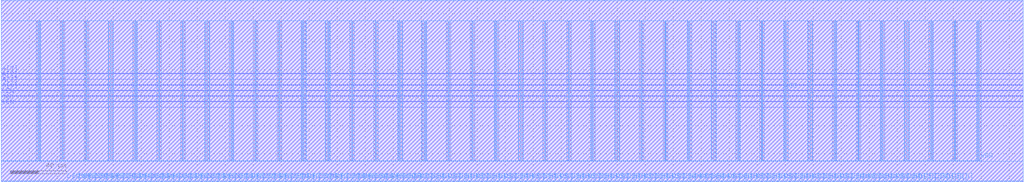
<source format=lef>
##
## LEF for PtnCells ;
## created by Innovus v15.23-s045_1 on Thu Mar 20 16:10:03 2025
##

VERSION 5.8 ;

BUSBITCHARS "[]" ;
DIVIDERCHAR "/" ;

MACRO sram_w16_out
  CLASS BLOCK ;
  SIZE 730.0000 BY 130.0000 ;
  FOREIGN sram_w16_out 0.0000 0.0000 ;
  ORIGIN 0 0 ;
  SYMMETRY X Y R90 ;
  PIN CLK
    DIRECTION INPUT ;
    USE SIGNAL ;
    PORT
      LAYER M3 ;
        RECT 0.0000 57.1500 0.5200 57.2500 ;
    END
  END CLK
  PIN D[159]
    DIRECTION INPUT ;
    USE SIGNAL ;
    PORT
      LAYER M4 ;
        RECT 46.8500 0.0000 46.9500 0.5200 ;
    END
  END D[159]
  PIN D[158]
    DIRECTION INPUT ;
    USE SIGNAL ;
    PORT
      LAYER M4 ;
        RECT 50.8500 0.0000 50.9500 0.5200 ;
    END
  END D[158]
  PIN D[157]
    DIRECTION INPUT ;
    USE SIGNAL ;
    PORT
      LAYER M4 ;
        RECT 54.8500 0.0000 54.9500 0.5200 ;
    END
  END D[157]
  PIN D[156]
    DIRECTION INPUT ;
    USE SIGNAL ;
    PORT
      LAYER M4 ;
        RECT 58.8500 0.0000 58.9500 0.5200 ;
    END
  END D[156]
  PIN D[155]
    DIRECTION INPUT ;
    USE SIGNAL ;
    PORT
      LAYER M4 ;
        RECT 62.8500 0.0000 62.9500 0.5200 ;
    END
  END D[155]
  PIN D[154]
    DIRECTION INPUT ;
    USE SIGNAL ;
    PORT
      LAYER M4 ;
        RECT 66.8500 0.0000 66.9500 0.5200 ;
    END
  END D[154]
  PIN D[153]
    DIRECTION INPUT ;
    USE SIGNAL ;
    PORT
      LAYER M4 ;
        RECT 70.8500 0.0000 70.9500 0.5200 ;
    END
  END D[153]
  PIN D[152]
    DIRECTION INPUT ;
    USE SIGNAL ;
    PORT
      LAYER M4 ;
        RECT 74.8500 0.0000 74.9500 0.5200 ;
    END
  END D[152]
  PIN D[151]
    DIRECTION INPUT ;
    USE SIGNAL ;
    PORT
      LAYER M4 ;
        RECT 78.8500 0.0000 78.9500 0.5200 ;
    END
  END D[151]
  PIN D[150]
    DIRECTION INPUT ;
    USE SIGNAL ;
    PORT
      LAYER M4 ;
        RECT 82.8500 0.0000 82.9500 0.5200 ;
    END
  END D[150]
  PIN D[149]
    DIRECTION INPUT ;
    USE SIGNAL ;
    PORT
      LAYER M4 ;
        RECT 86.8500 0.0000 86.9500 0.5200 ;
    END
  END D[149]
  PIN D[148]
    DIRECTION INPUT ;
    USE SIGNAL ;
    PORT
      LAYER M4 ;
        RECT 90.8500 0.0000 90.9500 0.5200 ;
    END
  END D[148]
  PIN D[147]
    DIRECTION INPUT ;
    USE SIGNAL ;
    PORT
      LAYER M4 ;
        RECT 94.8500 0.0000 94.9500 0.5200 ;
    END
  END D[147]
  PIN D[146]
    DIRECTION INPUT ;
    USE SIGNAL ;
    PORT
      LAYER M4 ;
        RECT 98.8500 0.0000 98.9500 0.5200 ;
    END
  END D[146]
  PIN D[145]
    DIRECTION INPUT ;
    USE SIGNAL ;
    PORT
      LAYER M4 ;
        RECT 102.8500 0.0000 102.9500 0.5200 ;
    END
  END D[145]
  PIN D[144]
    DIRECTION INPUT ;
    USE SIGNAL ;
    PORT
      LAYER M4 ;
        RECT 106.8500 0.0000 106.9500 0.5200 ;
    END
  END D[144]
  PIN D[143]
    DIRECTION INPUT ;
    USE SIGNAL ;
    PORT
      LAYER M4 ;
        RECT 110.8500 0.0000 110.9500 0.5200 ;
    END
  END D[143]
  PIN D[142]
    DIRECTION INPUT ;
    USE SIGNAL ;
    PORT
      LAYER M4 ;
        RECT 114.8500 0.0000 114.9500 0.5200 ;
    END
  END D[142]
  PIN D[141]
    DIRECTION INPUT ;
    USE SIGNAL ;
    PORT
      LAYER M4 ;
        RECT 118.8500 0.0000 118.9500 0.5200 ;
    END
  END D[141]
  PIN D[140]
    DIRECTION INPUT ;
    USE SIGNAL ;
    PORT
      LAYER M4 ;
        RECT 122.8500 0.0000 122.9500 0.5200 ;
    END
  END D[140]
  PIN D[139]
    DIRECTION INPUT ;
    USE SIGNAL ;
    PORT
      LAYER M4 ;
        RECT 126.8500 0.0000 126.9500 0.5200 ;
    END
  END D[139]
  PIN D[138]
    DIRECTION INPUT ;
    USE SIGNAL ;
    PORT
      LAYER M4 ;
        RECT 130.8500 0.0000 130.9500 0.5200 ;
    END
  END D[138]
  PIN D[137]
    DIRECTION INPUT ;
    USE SIGNAL ;
    PORT
      LAYER M4 ;
        RECT 134.8500 0.0000 134.9500 0.5200 ;
    END
  END D[137]
  PIN D[136]
    DIRECTION INPUT ;
    USE SIGNAL ;
    PORT
      LAYER M4 ;
        RECT 138.8500 0.0000 138.9500 0.5200 ;
    END
  END D[136]
  PIN D[135]
    DIRECTION INPUT ;
    USE SIGNAL ;
    PORT
      LAYER M4 ;
        RECT 142.8500 0.0000 142.9500 0.5200 ;
    END
  END D[135]
  PIN D[134]
    DIRECTION INPUT ;
    USE SIGNAL ;
    PORT
      LAYER M4 ;
        RECT 146.8500 0.0000 146.9500 0.5200 ;
    END
  END D[134]
  PIN D[133]
    DIRECTION INPUT ;
    USE SIGNAL ;
    PORT
      LAYER M4 ;
        RECT 150.8500 0.0000 150.9500 0.5200 ;
    END
  END D[133]
  PIN D[132]
    DIRECTION INPUT ;
    USE SIGNAL ;
    PORT
      LAYER M4 ;
        RECT 154.8500 0.0000 154.9500 0.5200 ;
    END
  END D[132]
  PIN D[131]
    DIRECTION INPUT ;
    USE SIGNAL ;
    PORT
      LAYER M4 ;
        RECT 158.8500 0.0000 158.9500 0.5200 ;
    END
  END D[131]
  PIN D[130]
    DIRECTION INPUT ;
    USE SIGNAL ;
    PORT
      LAYER M4 ;
        RECT 162.8500 0.0000 162.9500 0.5200 ;
    END
  END D[130]
  PIN D[129]
    DIRECTION INPUT ;
    USE SIGNAL ;
    PORT
      LAYER M4 ;
        RECT 166.8500 0.0000 166.9500 0.5200 ;
    END
  END D[129]
  PIN D[128]
    DIRECTION INPUT ;
    USE SIGNAL ;
    PORT
      LAYER M4 ;
        RECT 170.8500 0.0000 170.9500 0.5200 ;
    END
  END D[128]
  PIN D[127]
    DIRECTION INPUT ;
    USE SIGNAL ;
    PORT
      LAYER M4 ;
        RECT 174.8500 0.0000 174.9500 0.5200 ;
    END
  END D[127]
  PIN D[126]
    DIRECTION INPUT ;
    USE SIGNAL ;
    PORT
      LAYER M4 ;
        RECT 178.8500 0.0000 178.9500 0.5200 ;
    END
  END D[126]
  PIN D[125]
    DIRECTION INPUT ;
    USE SIGNAL ;
    PORT
      LAYER M4 ;
        RECT 182.8500 0.0000 182.9500 0.5200 ;
    END
  END D[125]
  PIN D[124]
    DIRECTION INPUT ;
    USE SIGNAL ;
    PORT
      LAYER M4 ;
        RECT 186.8500 0.0000 186.9500 0.5200 ;
    END
  END D[124]
  PIN D[123]
    DIRECTION INPUT ;
    USE SIGNAL ;
    PORT
      LAYER M4 ;
        RECT 190.8500 0.0000 190.9500 0.5200 ;
    END
  END D[123]
  PIN D[122]
    DIRECTION INPUT ;
    USE SIGNAL ;
    PORT
      LAYER M4 ;
        RECT 194.8500 0.0000 194.9500 0.5200 ;
    END
  END D[122]
  PIN D[121]
    DIRECTION INPUT ;
    USE SIGNAL ;
    PORT
      LAYER M4 ;
        RECT 198.8500 0.0000 198.9500 0.5200 ;
    END
  END D[121]
  PIN D[120]
    DIRECTION INPUT ;
    USE SIGNAL ;
    PORT
      LAYER M4 ;
        RECT 202.8500 0.0000 202.9500 0.5200 ;
    END
  END D[120]
  PIN D[119]
    DIRECTION INPUT ;
    USE SIGNAL ;
    PORT
      LAYER M4 ;
        RECT 206.8500 0.0000 206.9500 0.5200 ;
    END
  END D[119]
  PIN D[118]
    DIRECTION INPUT ;
    USE SIGNAL ;
    PORT
      LAYER M4 ;
        RECT 210.8500 0.0000 210.9500 0.5200 ;
    END
  END D[118]
  PIN D[117]
    DIRECTION INPUT ;
    USE SIGNAL ;
    PORT
      LAYER M4 ;
        RECT 214.8500 0.0000 214.9500 0.5200 ;
    END
  END D[117]
  PIN D[116]
    DIRECTION INPUT ;
    USE SIGNAL ;
    PORT
      LAYER M4 ;
        RECT 218.8500 0.0000 218.9500 0.5200 ;
    END
  END D[116]
  PIN D[115]
    DIRECTION INPUT ;
    USE SIGNAL ;
    PORT
      LAYER M4 ;
        RECT 222.8500 0.0000 222.9500 0.5200 ;
    END
  END D[115]
  PIN D[114]
    DIRECTION INPUT ;
    USE SIGNAL ;
    PORT
      LAYER M4 ;
        RECT 226.8500 0.0000 226.9500 0.5200 ;
    END
  END D[114]
  PIN D[113]
    DIRECTION INPUT ;
    USE SIGNAL ;
    PORT
      LAYER M4 ;
        RECT 230.8500 0.0000 230.9500 0.5200 ;
    END
  END D[113]
  PIN D[112]
    DIRECTION INPUT ;
    USE SIGNAL ;
    PORT
      LAYER M4 ;
        RECT 234.8500 0.0000 234.9500 0.5200 ;
    END
  END D[112]
  PIN D[111]
    DIRECTION INPUT ;
    USE SIGNAL ;
    PORT
      LAYER M4 ;
        RECT 238.8500 0.0000 238.9500 0.5200 ;
    END
  END D[111]
  PIN D[110]
    DIRECTION INPUT ;
    USE SIGNAL ;
    PORT
      LAYER M4 ;
        RECT 242.8500 0.0000 242.9500 0.5200 ;
    END
  END D[110]
  PIN D[109]
    DIRECTION INPUT ;
    USE SIGNAL ;
    PORT
      LAYER M4 ;
        RECT 246.8500 0.0000 246.9500 0.5200 ;
    END
  END D[109]
  PIN D[108]
    DIRECTION INPUT ;
    USE SIGNAL ;
    PORT
      LAYER M4 ;
        RECT 250.8500 0.0000 250.9500 0.5200 ;
    END
  END D[108]
  PIN D[107]
    DIRECTION INPUT ;
    USE SIGNAL ;
    PORT
      LAYER M4 ;
        RECT 254.8500 0.0000 254.9500 0.5200 ;
    END
  END D[107]
  PIN D[106]
    DIRECTION INPUT ;
    USE SIGNAL ;
    PORT
      LAYER M4 ;
        RECT 258.8500 0.0000 258.9500 0.5200 ;
    END
  END D[106]
  PIN D[105]
    DIRECTION INPUT ;
    USE SIGNAL ;
    PORT
      LAYER M4 ;
        RECT 262.8500 0.0000 262.9500 0.5200 ;
    END
  END D[105]
  PIN D[104]
    DIRECTION INPUT ;
    USE SIGNAL ;
    PORT
      LAYER M4 ;
        RECT 266.8500 0.0000 266.9500 0.5200 ;
    END
  END D[104]
  PIN D[103]
    DIRECTION INPUT ;
    USE SIGNAL ;
    PORT
      LAYER M4 ;
        RECT 270.8500 0.0000 270.9500 0.5200 ;
    END
  END D[103]
  PIN D[102]
    DIRECTION INPUT ;
    USE SIGNAL ;
    PORT
      LAYER M4 ;
        RECT 274.8500 0.0000 274.9500 0.5200 ;
    END
  END D[102]
  PIN D[101]
    DIRECTION INPUT ;
    USE SIGNAL ;
    PORT
      LAYER M4 ;
        RECT 278.8500 0.0000 278.9500 0.5200 ;
    END
  END D[101]
  PIN D[100]
    DIRECTION INPUT ;
    USE SIGNAL ;
    PORT
      LAYER M4 ;
        RECT 282.8500 0.0000 282.9500 0.5200 ;
    END
  END D[100]
  PIN D[99]
    DIRECTION INPUT ;
    USE SIGNAL ;
    PORT
      LAYER M4 ;
        RECT 286.8500 0.0000 286.9500 0.5200 ;
    END
  END D[99]
  PIN D[98]
    DIRECTION INPUT ;
    USE SIGNAL ;
    PORT
      LAYER M4 ;
        RECT 290.8500 0.0000 290.9500 0.5200 ;
    END
  END D[98]
  PIN D[97]
    DIRECTION INPUT ;
    USE SIGNAL ;
    PORT
      LAYER M4 ;
        RECT 294.8500 0.0000 294.9500 0.5200 ;
    END
  END D[97]
  PIN D[96]
    DIRECTION INPUT ;
    USE SIGNAL ;
    PORT
      LAYER M4 ;
        RECT 298.8500 0.0000 298.9500 0.5200 ;
    END
  END D[96]
  PIN D[95]
    DIRECTION INPUT ;
    USE SIGNAL ;
    PORT
      LAYER M4 ;
        RECT 302.8500 0.0000 302.9500 0.5200 ;
    END
  END D[95]
  PIN D[94]
    DIRECTION INPUT ;
    USE SIGNAL ;
    PORT
      LAYER M4 ;
        RECT 306.8500 0.0000 306.9500 0.5200 ;
    END
  END D[94]
  PIN D[93]
    DIRECTION INPUT ;
    USE SIGNAL ;
    PORT
      LAYER M4 ;
        RECT 310.8500 0.0000 310.9500 0.5200 ;
    END
  END D[93]
  PIN D[92]
    DIRECTION INPUT ;
    USE SIGNAL ;
    PORT
      LAYER M4 ;
        RECT 314.8500 0.0000 314.9500 0.5200 ;
    END
  END D[92]
  PIN D[91]
    DIRECTION INPUT ;
    USE SIGNAL ;
    PORT
      LAYER M4 ;
        RECT 318.8500 0.0000 318.9500 0.5200 ;
    END
  END D[91]
  PIN D[90]
    DIRECTION INPUT ;
    USE SIGNAL ;
    PORT
      LAYER M4 ;
        RECT 322.8500 0.0000 322.9500 0.5200 ;
    END
  END D[90]
  PIN D[89]
    DIRECTION INPUT ;
    USE SIGNAL ;
    PORT
      LAYER M4 ;
        RECT 326.8500 0.0000 326.9500 0.5200 ;
    END
  END D[89]
  PIN D[88]
    DIRECTION INPUT ;
    USE SIGNAL ;
    PORT
      LAYER M4 ;
        RECT 330.8500 0.0000 330.9500 0.5200 ;
    END
  END D[88]
  PIN D[87]
    DIRECTION INPUT ;
    USE SIGNAL ;
    PORT
      LAYER M4 ;
        RECT 334.8500 0.0000 334.9500 0.5200 ;
    END
  END D[87]
  PIN D[86]
    DIRECTION INPUT ;
    USE SIGNAL ;
    PORT
      LAYER M4 ;
        RECT 338.8500 0.0000 338.9500 0.5200 ;
    END
  END D[86]
  PIN D[85]
    DIRECTION INPUT ;
    USE SIGNAL ;
    PORT
      LAYER M4 ;
        RECT 342.8500 0.0000 342.9500 0.5200 ;
    END
  END D[85]
  PIN D[84]
    DIRECTION INPUT ;
    USE SIGNAL ;
    PORT
      LAYER M4 ;
        RECT 346.8500 0.0000 346.9500 0.5200 ;
    END
  END D[84]
  PIN D[83]
    DIRECTION INPUT ;
    USE SIGNAL ;
    PORT
      LAYER M4 ;
        RECT 350.8500 0.0000 350.9500 0.5200 ;
    END
  END D[83]
  PIN D[82]
    DIRECTION INPUT ;
    USE SIGNAL ;
    PORT
      LAYER M4 ;
        RECT 354.8500 0.0000 354.9500 0.5200 ;
    END
  END D[82]
  PIN D[81]
    DIRECTION INPUT ;
    USE SIGNAL ;
    PORT
      LAYER M4 ;
        RECT 358.8500 0.0000 358.9500 0.5200 ;
    END
  END D[81]
  PIN D[80]
    DIRECTION INPUT ;
    USE SIGNAL ;
    PORT
      LAYER M4 ;
        RECT 362.8500 0.0000 362.9500 0.5200 ;
    END
  END D[80]
  PIN D[79]
    DIRECTION INPUT ;
    USE SIGNAL ;
    PORT
      LAYER M4 ;
        RECT 366.8500 0.0000 366.9500 0.5200 ;
    END
  END D[79]
  PIN D[78]
    DIRECTION INPUT ;
    USE SIGNAL ;
    PORT
      LAYER M4 ;
        RECT 370.8500 0.0000 370.9500 0.5200 ;
    END
  END D[78]
  PIN D[77]
    DIRECTION INPUT ;
    USE SIGNAL ;
    PORT
      LAYER M4 ;
        RECT 374.8500 0.0000 374.9500 0.5200 ;
    END
  END D[77]
  PIN D[76]
    DIRECTION INPUT ;
    USE SIGNAL ;
    PORT
      LAYER M4 ;
        RECT 378.8500 0.0000 378.9500 0.5200 ;
    END
  END D[76]
  PIN D[75]
    DIRECTION INPUT ;
    USE SIGNAL ;
    PORT
      LAYER M4 ;
        RECT 382.8500 0.0000 382.9500 0.5200 ;
    END
  END D[75]
  PIN D[74]
    DIRECTION INPUT ;
    USE SIGNAL ;
    PORT
      LAYER M4 ;
        RECT 386.8500 0.0000 386.9500 0.5200 ;
    END
  END D[74]
  PIN D[73]
    DIRECTION INPUT ;
    USE SIGNAL ;
    PORT
      LAYER M4 ;
        RECT 390.8500 0.0000 390.9500 0.5200 ;
    END
  END D[73]
  PIN D[72]
    DIRECTION INPUT ;
    USE SIGNAL ;
    PORT
      LAYER M4 ;
        RECT 394.8500 0.0000 394.9500 0.5200 ;
    END
  END D[72]
  PIN D[71]
    DIRECTION INPUT ;
    USE SIGNAL ;
    PORT
      LAYER M4 ;
        RECT 398.8500 0.0000 398.9500 0.5200 ;
    END
  END D[71]
  PIN D[70]
    DIRECTION INPUT ;
    USE SIGNAL ;
    PORT
      LAYER M4 ;
        RECT 402.8500 0.0000 402.9500 0.5200 ;
    END
  END D[70]
  PIN D[69]
    DIRECTION INPUT ;
    USE SIGNAL ;
    PORT
      LAYER M4 ;
        RECT 406.8500 0.0000 406.9500 0.5200 ;
    END
  END D[69]
  PIN D[68]
    DIRECTION INPUT ;
    USE SIGNAL ;
    PORT
      LAYER M4 ;
        RECT 410.8500 0.0000 410.9500 0.5200 ;
    END
  END D[68]
  PIN D[67]
    DIRECTION INPUT ;
    USE SIGNAL ;
    PORT
      LAYER M4 ;
        RECT 414.8500 0.0000 414.9500 0.5200 ;
    END
  END D[67]
  PIN D[66]
    DIRECTION INPUT ;
    USE SIGNAL ;
    PORT
      LAYER M4 ;
        RECT 418.8500 0.0000 418.9500 0.5200 ;
    END
  END D[66]
  PIN D[65]
    DIRECTION INPUT ;
    USE SIGNAL ;
    PORT
      LAYER M4 ;
        RECT 422.8500 0.0000 422.9500 0.5200 ;
    END
  END D[65]
  PIN D[64]
    DIRECTION INPUT ;
    USE SIGNAL ;
    PORT
      LAYER M4 ;
        RECT 426.8500 0.0000 426.9500 0.5200 ;
    END
  END D[64]
  PIN D[63]
    DIRECTION INPUT ;
    USE SIGNAL ;
    PORT
      LAYER M4 ;
        RECT 430.8500 0.0000 430.9500 0.5200 ;
    END
  END D[63]
  PIN D[62]
    DIRECTION INPUT ;
    USE SIGNAL ;
    PORT
      LAYER M4 ;
        RECT 434.8500 0.0000 434.9500 0.5200 ;
    END
  END D[62]
  PIN D[61]
    DIRECTION INPUT ;
    USE SIGNAL ;
    PORT
      LAYER M4 ;
        RECT 438.8500 0.0000 438.9500 0.5200 ;
    END
  END D[61]
  PIN D[60]
    DIRECTION INPUT ;
    USE SIGNAL ;
    PORT
      LAYER M4 ;
        RECT 442.8500 0.0000 442.9500 0.5200 ;
    END
  END D[60]
  PIN D[59]
    DIRECTION INPUT ;
    USE SIGNAL ;
    PORT
      LAYER M4 ;
        RECT 446.8500 0.0000 446.9500 0.5200 ;
    END
  END D[59]
  PIN D[58]
    DIRECTION INPUT ;
    USE SIGNAL ;
    PORT
      LAYER M4 ;
        RECT 450.8500 0.0000 450.9500 0.5200 ;
    END
  END D[58]
  PIN D[57]
    DIRECTION INPUT ;
    USE SIGNAL ;
    PORT
      LAYER M4 ;
        RECT 454.8500 0.0000 454.9500 0.5200 ;
    END
  END D[57]
  PIN D[56]
    DIRECTION INPUT ;
    USE SIGNAL ;
    PORT
      LAYER M4 ;
        RECT 458.8500 0.0000 458.9500 0.5200 ;
    END
  END D[56]
  PIN D[55]
    DIRECTION INPUT ;
    USE SIGNAL ;
    PORT
      LAYER M4 ;
        RECT 462.8500 0.0000 462.9500 0.5200 ;
    END
  END D[55]
  PIN D[54]
    DIRECTION INPUT ;
    USE SIGNAL ;
    PORT
      LAYER M4 ;
        RECT 466.8500 0.0000 466.9500 0.5200 ;
    END
  END D[54]
  PIN D[53]
    DIRECTION INPUT ;
    USE SIGNAL ;
    PORT
      LAYER M4 ;
        RECT 470.8500 0.0000 470.9500 0.5200 ;
    END
  END D[53]
  PIN D[52]
    DIRECTION INPUT ;
    USE SIGNAL ;
    PORT
      LAYER M4 ;
        RECT 474.8500 0.0000 474.9500 0.5200 ;
    END
  END D[52]
  PIN D[51]
    DIRECTION INPUT ;
    USE SIGNAL ;
    PORT
      LAYER M4 ;
        RECT 478.8500 0.0000 478.9500 0.5200 ;
    END
  END D[51]
  PIN D[50]
    DIRECTION INPUT ;
    USE SIGNAL ;
    PORT
      LAYER M4 ;
        RECT 482.8500 0.0000 482.9500 0.5200 ;
    END
  END D[50]
  PIN D[49]
    DIRECTION INPUT ;
    USE SIGNAL ;
    PORT
      LAYER M4 ;
        RECT 486.8500 0.0000 486.9500 0.5200 ;
    END
  END D[49]
  PIN D[48]
    DIRECTION INPUT ;
    USE SIGNAL ;
    PORT
      LAYER M4 ;
        RECT 490.8500 0.0000 490.9500 0.5200 ;
    END
  END D[48]
  PIN D[47]
    DIRECTION INPUT ;
    USE SIGNAL ;
    PORT
      LAYER M4 ;
        RECT 494.8500 0.0000 494.9500 0.5200 ;
    END
  END D[47]
  PIN D[46]
    DIRECTION INPUT ;
    USE SIGNAL ;
    PORT
      LAYER M4 ;
        RECT 498.8500 0.0000 498.9500 0.5200 ;
    END
  END D[46]
  PIN D[45]
    DIRECTION INPUT ;
    USE SIGNAL ;
    PORT
      LAYER M4 ;
        RECT 502.8500 0.0000 502.9500 0.5200 ;
    END
  END D[45]
  PIN D[44]
    DIRECTION INPUT ;
    USE SIGNAL ;
    PORT
      LAYER M4 ;
        RECT 506.8500 0.0000 506.9500 0.5200 ;
    END
  END D[44]
  PIN D[43]
    DIRECTION INPUT ;
    USE SIGNAL ;
    PORT
      LAYER M4 ;
        RECT 510.8500 0.0000 510.9500 0.5200 ;
    END
  END D[43]
  PIN D[42]
    DIRECTION INPUT ;
    USE SIGNAL ;
    PORT
      LAYER M4 ;
        RECT 514.8500 0.0000 514.9500 0.5200 ;
    END
  END D[42]
  PIN D[41]
    DIRECTION INPUT ;
    USE SIGNAL ;
    PORT
      LAYER M4 ;
        RECT 518.8500 0.0000 518.9500 0.5200 ;
    END
  END D[41]
  PIN D[40]
    DIRECTION INPUT ;
    USE SIGNAL ;
    PORT
      LAYER M4 ;
        RECT 522.8500 0.0000 522.9500 0.5200 ;
    END
  END D[40]
  PIN D[39]
    DIRECTION INPUT ;
    USE SIGNAL ;
    PORT
      LAYER M4 ;
        RECT 526.8500 0.0000 526.9500 0.5200 ;
    END
  END D[39]
  PIN D[38]
    DIRECTION INPUT ;
    USE SIGNAL ;
    PORT
      LAYER M4 ;
        RECT 530.8500 0.0000 530.9500 0.5200 ;
    END
  END D[38]
  PIN D[37]
    DIRECTION INPUT ;
    USE SIGNAL ;
    PORT
      LAYER M4 ;
        RECT 534.8500 0.0000 534.9500 0.5200 ;
    END
  END D[37]
  PIN D[36]
    DIRECTION INPUT ;
    USE SIGNAL ;
    PORT
      LAYER M4 ;
        RECT 538.8500 0.0000 538.9500 0.5200 ;
    END
  END D[36]
  PIN D[35]
    DIRECTION INPUT ;
    USE SIGNAL ;
    PORT
      LAYER M4 ;
        RECT 542.8500 0.0000 542.9500 0.5200 ;
    END
  END D[35]
  PIN D[34]
    DIRECTION INPUT ;
    USE SIGNAL ;
    PORT
      LAYER M4 ;
        RECT 546.8500 0.0000 546.9500 0.5200 ;
    END
  END D[34]
  PIN D[33]
    DIRECTION INPUT ;
    USE SIGNAL ;
    PORT
      LAYER M4 ;
        RECT 550.8500 0.0000 550.9500 0.5200 ;
    END
  END D[33]
  PIN D[32]
    DIRECTION INPUT ;
    USE SIGNAL ;
    PORT
      LAYER M4 ;
        RECT 554.8500 0.0000 554.9500 0.5200 ;
    END
  END D[32]
  PIN D[31]
    DIRECTION INPUT ;
    USE SIGNAL ;
    PORT
      LAYER M4 ;
        RECT 558.8500 0.0000 558.9500 0.5200 ;
    END
  END D[31]
  PIN D[30]
    DIRECTION INPUT ;
    USE SIGNAL ;
    PORT
      LAYER M4 ;
        RECT 562.8500 0.0000 562.9500 0.5200 ;
    END
  END D[30]
  PIN D[29]
    DIRECTION INPUT ;
    USE SIGNAL ;
    PORT
      LAYER M4 ;
        RECT 566.8500 0.0000 566.9500 0.5200 ;
    END
  END D[29]
  PIN D[28]
    DIRECTION INPUT ;
    USE SIGNAL ;
    PORT
      LAYER M4 ;
        RECT 570.8500 0.0000 570.9500 0.5200 ;
    END
  END D[28]
  PIN D[27]
    DIRECTION INPUT ;
    USE SIGNAL ;
    PORT
      LAYER M4 ;
        RECT 574.8500 0.0000 574.9500 0.5200 ;
    END
  END D[27]
  PIN D[26]
    DIRECTION INPUT ;
    USE SIGNAL ;
    PORT
      LAYER M4 ;
        RECT 578.8500 0.0000 578.9500 0.5200 ;
    END
  END D[26]
  PIN D[25]
    DIRECTION INPUT ;
    USE SIGNAL ;
    PORT
      LAYER M4 ;
        RECT 582.8500 0.0000 582.9500 0.5200 ;
    END
  END D[25]
  PIN D[24]
    DIRECTION INPUT ;
    USE SIGNAL ;
    PORT
      LAYER M4 ;
        RECT 586.8500 0.0000 586.9500 0.5200 ;
    END
  END D[24]
  PIN D[23]
    DIRECTION INPUT ;
    USE SIGNAL ;
    PORT
      LAYER M4 ;
        RECT 590.8500 0.0000 590.9500 0.5200 ;
    END
  END D[23]
  PIN D[22]
    DIRECTION INPUT ;
    USE SIGNAL ;
    PORT
      LAYER M4 ;
        RECT 594.8500 0.0000 594.9500 0.5200 ;
    END
  END D[22]
  PIN D[21]
    DIRECTION INPUT ;
    USE SIGNAL ;
    PORT
      LAYER M4 ;
        RECT 598.8500 0.0000 598.9500 0.5200 ;
    END
  END D[21]
  PIN D[20]
    DIRECTION INPUT ;
    USE SIGNAL ;
    PORT
      LAYER M4 ;
        RECT 602.8500 0.0000 602.9500 0.5200 ;
    END
  END D[20]
  PIN D[19]
    DIRECTION INPUT ;
    USE SIGNAL ;
    PORT
      LAYER M4 ;
        RECT 606.8500 0.0000 606.9500 0.5200 ;
    END
  END D[19]
  PIN D[18]
    DIRECTION INPUT ;
    USE SIGNAL ;
    PORT
      LAYER M4 ;
        RECT 610.8500 0.0000 610.9500 0.5200 ;
    END
  END D[18]
  PIN D[17]
    DIRECTION INPUT ;
    USE SIGNAL ;
    PORT
      LAYER M4 ;
        RECT 614.8500 0.0000 614.9500 0.5200 ;
    END
  END D[17]
  PIN D[16]
    DIRECTION INPUT ;
    USE SIGNAL ;
    PORT
      LAYER M4 ;
        RECT 618.8500 0.0000 618.9500 0.5200 ;
    END
  END D[16]
  PIN D[15]
    DIRECTION INPUT ;
    USE SIGNAL ;
    PORT
      LAYER M4 ;
        RECT 622.8500 0.0000 622.9500 0.5200 ;
    END
  END D[15]
  PIN D[14]
    DIRECTION INPUT ;
    USE SIGNAL ;
    PORT
      LAYER M4 ;
        RECT 626.8500 0.0000 626.9500 0.5200 ;
    END
  END D[14]
  PIN D[13]
    DIRECTION INPUT ;
    USE SIGNAL ;
    PORT
      LAYER M4 ;
        RECT 630.8500 0.0000 630.9500 0.5200 ;
    END
  END D[13]
  PIN D[12]
    DIRECTION INPUT ;
    USE SIGNAL ;
    PORT
      LAYER M4 ;
        RECT 634.8500 0.0000 634.9500 0.5200 ;
    END
  END D[12]
  PIN D[11]
    DIRECTION INPUT ;
    USE SIGNAL ;
    PORT
      LAYER M4 ;
        RECT 638.8500 0.0000 638.9500 0.5200 ;
    END
  END D[11]
  PIN D[10]
    DIRECTION INPUT ;
    USE SIGNAL ;
    PORT
      LAYER M4 ;
        RECT 642.8500 0.0000 642.9500 0.5200 ;
    END
  END D[10]
  PIN D[9]
    DIRECTION INPUT ;
    USE SIGNAL ;
    PORT
      LAYER M4 ;
        RECT 646.8500 0.0000 646.9500 0.5200 ;
    END
  END D[9]
  PIN D[8]
    DIRECTION INPUT ;
    USE SIGNAL ;
    PORT
      LAYER M4 ;
        RECT 650.8500 0.0000 650.9500 0.5200 ;
    END
  END D[8]
  PIN D[7]
    DIRECTION INPUT ;
    USE SIGNAL ;
    PORT
      LAYER M4 ;
        RECT 654.8500 0.0000 654.9500 0.5200 ;
    END
  END D[7]
  PIN D[6]
    DIRECTION INPUT ;
    USE SIGNAL ;
    PORT
      LAYER M4 ;
        RECT 658.8500 0.0000 658.9500 0.5200 ;
    END
  END D[6]
  PIN D[5]
    DIRECTION INPUT ;
    USE SIGNAL ;
    PORT
      LAYER M4 ;
        RECT 662.8500 0.0000 662.9500 0.5200 ;
    END
  END D[5]
  PIN D[4]
    DIRECTION INPUT ;
    USE SIGNAL ;
    PORT
      LAYER M4 ;
        RECT 666.8500 0.0000 666.9500 0.5200 ;
    END
  END D[4]
  PIN D[3]
    DIRECTION INPUT ;
    USE SIGNAL ;
    PORT
      LAYER M4 ;
        RECT 670.8500 0.0000 670.9500 0.5200 ;
    END
  END D[3]
  PIN D[2]
    DIRECTION INPUT ;
    USE SIGNAL ;
    PORT
      LAYER M4 ;
        RECT 674.8500 0.0000 674.9500 0.5200 ;
    END
  END D[2]
  PIN D[1]
    DIRECTION INPUT ;
    USE SIGNAL ;
    PORT
      LAYER M4 ;
        RECT 678.8500 0.0000 678.9500 0.5200 ;
    END
  END D[1]
  PIN D[0]
    DIRECTION INPUT ;
    USE SIGNAL ;
    PORT
      LAYER M4 ;
        RECT 682.8500 0.0000 682.9500 0.5200 ;
    END
  END D[0]
  PIN Q[159]
    DIRECTION OUTPUT ;
    USE SIGNAL ;
    PORT
      LAYER M4 ;
        RECT 46.8500 129.4800 46.9500 130.0000 ;
    END
  END Q[159]
  PIN Q[158]
    DIRECTION OUTPUT ;
    USE SIGNAL ;
    PORT
      LAYER M4 ;
        RECT 50.8500 129.4800 50.9500 130.0000 ;
    END
  END Q[158]
  PIN Q[157]
    DIRECTION OUTPUT ;
    USE SIGNAL ;
    PORT
      LAYER M4 ;
        RECT 54.8500 129.4800 54.9500 130.0000 ;
    END
  END Q[157]
  PIN Q[156]
    DIRECTION OUTPUT ;
    USE SIGNAL ;
    PORT
      LAYER M4 ;
        RECT 58.8500 129.4800 58.9500 130.0000 ;
    END
  END Q[156]
  PIN Q[155]
    DIRECTION OUTPUT ;
    USE SIGNAL ;
    PORT
      LAYER M4 ;
        RECT 62.8500 129.4800 62.9500 130.0000 ;
    END
  END Q[155]
  PIN Q[154]
    DIRECTION OUTPUT ;
    USE SIGNAL ;
    PORT
      LAYER M4 ;
        RECT 66.8500 129.4800 66.9500 130.0000 ;
    END
  END Q[154]
  PIN Q[153]
    DIRECTION OUTPUT ;
    USE SIGNAL ;
    PORT
      LAYER M4 ;
        RECT 70.8500 129.4800 70.9500 130.0000 ;
    END
  END Q[153]
  PIN Q[152]
    DIRECTION OUTPUT ;
    USE SIGNAL ;
    PORT
      LAYER M4 ;
        RECT 74.8500 129.4800 74.9500 130.0000 ;
    END
  END Q[152]
  PIN Q[151]
    DIRECTION OUTPUT ;
    USE SIGNAL ;
    PORT
      LAYER M4 ;
        RECT 78.8500 129.4800 78.9500 130.0000 ;
    END
  END Q[151]
  PIN Q[150]
    DIRECTION OUTPUT ;
    USE SIGNAL ;
    PORT
      LAYER M4 ;
        RECT 82.8500 129.4800 82.9500 130.0000 ;
    END
  END Q[150]
  PIN Q[149]
    DIRECTION OUTPUT ;
    USE SIGNAL ;
    PORT
      LAYER M4 ;
        RECT 86.8500 129.4800 86.9500 130.0000 ;
    END
  END Q[149]
  PIN Q[148]
    DIRECTION OUTPUT ;
    USE SIGNAL ;
    PORT
      LAYER M4 ;
        RECT 90.8500 129.4800 90.9500 130.0000 ;
    END
  END Q[148]
  PIN Q[147]
    DIRECTION OUTPUT ;
    USE SIGNAL ;
    PORT
      LAYER M4 ;
        RECT 94.8500 129.4800 94.9500 130.0000 ;
    END
  END Q[147]
  PIN Q[146]
    DIRECTION OUTPUT ;
    USE SIGNAL ;
    PORT
      LAYER M4 ;
        RECT 98.8500 129.4800 98.9500 130.0000 ;
    END
  END Q[146]
  PIN Q[145]
    DIRECTION OUTPUT ;
    USE SIGNAL ;
    PORT
      LAYER M4 ;
        RECT 102.8500 129.4800 102.9500 130.0000 ;
    END
  END Q[145]
  PIN Q[144]
    DIRECTION OUTPUT ;
    USE SIGNAL ;
    PORT
      LAYER M4 ;
        RECT 106.8500 129.4800 106.9500 130.0000 ;
    END
  END Q[144]
  PIN Q[143]
    DIRECTION OUTPUT ;
    USE SIGNAL ;
    PORT
      LAYER M4 ;
        RECT 110.8500 129.4800 110.9500 130.0000 ;
    END
  END Q[143]
  PIN Q[142]
    DIRECTION OUTPUT ;
    USE SIGNAL ;
    PORT
      LAYER M4 ;
        RECT 114.8500 129.4800 114.9500 130.0000 ;
    END
  END Q[142]
  PIN Q[141]
    DIRECTION OUTPUT ;
    USE SIGNAL ;
    PORT
      LAYER M4 ;
        RECT 118.8500 129.4800 118.9500 130.0000 ;
    END
  END Q[141]
  PIN Q[140]
    DIRECTION OUTPUT ;
    USE SIGNAL ;
    PORT
      LAYER M4 ;
        RECT 122.8500 129.4800 122.9500 130.0000 ;
    END
  END Q[140]
  PIN Q[139]
    DIRECTION OUTPUT ;
    USE SIGNAL ;
    PORT
      LAYER M4 ;
        RECT 126.8500 129.4800 126.9500 130.0000 ;
    END
  END Q[139]
  PIN Q[138]
    DIRECTION OUTPUT ;
    USE SIGNAL ;
    PORT
      LAYER M4 ;
        RECT 130.8500 129.4800 130.9500 130.0000 ;
    END
  END Q[138]
  PIN Q[137]
    DIRECTION OUTPUT ;
    USE SIGNAL ;
    PORT
      LAYER M4 ;
        RECT 134.8500 129.4800 134.9500 130.0000 ;
    END
  END Q[137]
  PIN Q[136]
    DIRECTION OUTPUT ;
    USE SIGNAL ;
    PORT
      LAYER M4 ;
        RECT 138.8500 129.4800 138.9500 130.0000 ;
    END
  END Q[136]
  PIN Q[135]
    DIRECTION OUTPUT ;
    USE SIGNAL ;
    PORT
      LAYER M4 ;
        RECT 142.8500 129.4800 142.9500 130.0000 ;
    END
  END Q[135]
  PIN Q[134]
    DIRECTION OUTPUT ;
    USE SIGNAL ;
    PORT
      LAYER M4 ;
        RECT 146.8500 129.4800 146.9500 130.0000 ;
    END
  END Q[134]
  PIN Q[133]
    DIRECTION OUTPUT ;
    USE SIGNAL ;
    PORT
      LAYER M4 ;
        RECT 150.8500 129.4800 150.9500 130.0000 ;
    END
  END Q[133]
  PIN Q[132]
    DIRECTION OUTPUT ;
    USE SIGNAL ;
    PORT
      LAYER M4 ;
        RECT 154.8500 129.4800 154.9500 130.0000 ;
    END
  END Q[132]
  PIN Q[131]
    DIRECTION OUTPUT ;
    USE SIGNAL ;
    PORT
      LAYER M4 ;
        RECT 158.8500 129.4800 158.9500 130.0000 ;
    END
  END Q[131]
  PIN Q[130]
    DIRECTION OUTPUT ;
    USE SIGNAL ;
    PORT
      LAYER M4 ;
        RECT 162.8500 129.4800 162.9500 130.0000 ;
    END
  END Q[130]
  PIN Q[129]
    DIRECTION OUTPUT ;
    USE SIGNAL ;
    PORT
      LAYER M4 ;
        RECT 166.8500 129.4800 166.9500 130.0000 ;
    END
  END Q[129]
  PIN Q[128]
    DIRECTION OUTPUT ;
    USE SIGNAL ;
    PORT
      LAYER M4 ;
        RECT 170.8500 129.4800 170.9500 130.0000 ;
    END
  END Q[128]
  PIN Q[127]
    DIRECTION OUTPUT ;
    USE SIGNAL ;
    PORT
      LAYER M4 ;
        RECT 174.8500 129.4800 174.9500 130.0000 ;
    END
  END Q[127]
  PIN Q[126]
    DIRECTION OUTPUT ;
    USE SIGNAL ;
    PORT
      LAYER M4 ;
        RECT 178.8500 129.4800 178.9500 130.0000 ;
    END
  END Q[126]
  PIN Q[125]
    DIRECTION OUTPUT ;
    USE SIGNAL ;
    PORT
      LAYER M4 ;
        RECT 182.8500 129.4800 182.9500 130.0000 ;
    END
  END Q[125]
  PIN Q[124]
    DIRECTION OUTPUT ;
    USE SIGNAL ;
    PORT
      LAYER M4 ;
        RECT 186.8500 129.4800 186.9500 130.0000 ;
    END
  END Q[124]
  PIN Q[123]
    DIRECTION OUTPUT ;
    USE SIGNAL ;
    PORT
      LAYER M4 ;
        RECT 190.8500 129.4800 190.9500 130.0000 ;
    END
  END Q[123]
  PIN Q[122]
    DIRECTION OUTPUT ;
    USE SIGNAL ;
    PORT
      LAYER M4 ;
        RECT 194.8500 129.4800 194.9500 130.0000 ;
    END
  END Q[122]
  PIN Q[121]
    DIRECTION OUTPUT ;
    USE SIGNAL ;
    PORT
      LAYER M4 ;
        RECT 198.8500 129.4800 198.9500 130.0000 ;
    END
  END Q[121]
  PIN Q[120]
    DIRECTION OUTPUT ;
    USE SIGNAL ;
    PORT
      LAYER M4 ;
        RECT 202.8500 129.4800 202.9500 130.0000 ;
    END
  END Q[120]
  PIN Q[119]
    DIRECTION OUTPUT ;
    USE SIGNAL ;
    PORT
      LAYER M4 ;
        RECT 206.8500 129.4800 206.9500 130.0000 ;
    END
  END Q[119]
  PIN Q[118]
    DIRECTION OUTPUT ;
    USE SIGNAL ;
    PORT
      LAYER M4 ;
        RECT 210.8500 129.4800 210.9500 130.0000 ;
    END
  END Q[118]
  PIN Q[117]
    DIRECTION OUTPUT ;
    USE SIGNAL ;
    PORT
      LAYER M4 ;
        RECT 214.8500 129.4800 214.9500 130.0000 ;
    END
  END Q[117]
  PIN Q[116]
    DIRECTION OUTPUT ;
    USE SIGNAL ;
    PORT
      LAYER M4 ;
        RECT 218.8500 129.4800 218.9500 130.0000 ;
    END
  END Q[116]
  PIN Q[115]
    DIRECTION OUTPUT ;
    USE SIGNAL ;
    PORT
      LAYER M4 ;
        RECT 222.8500 129.4800 222.9500 130.0000 ;
    END
  END Q[115]
  PIN Q[114]
    DIRECTION OUTPUT ;
    USE SIGNAL ;
    PORT
      LAYER M4 ;
        RECT 226.8500 129.4800 226.9500 130.0000 ;
    END
  END Q[114]
  PIN Q[113]
    DIRECTION OUTPUT ;
    USE SIGNAL ;
    PORT
      LAYER M4 ;
        RECT 230.8500 129.4800 230.9500 130.0000 ;
    END
  END Q[113]
  PIN Q[112]
    DIRECTION OUTPUT ;
    USE SIGNAL ;
    PORT
      LAYER M4 ;
        RECT 234.8500 129.4800 234.9500 130.0000 ;
    END
  END Q[112]
  PIN Q[111]
    DIRECTION OUTPUT ;
    USE SIGNAL ;
    PORT
      LAYER M4 ;
        RECT 238.8500 129.4800 238.9500 130.0000 ;
    END
  END Q[111]
  PIN Q[110]
    DIRECTION OUTPUT ;
    USE SIGNAL ;
    PORT
      LAYER M4 ;
        RECT 242.8500 129.4800 242.9500 130.0000 ;
    END
  END Q[110]
  PIN Q[109]
    DIRECTION OUTPUT ;
    USE SIGNAL ;
    PORT
      LAYER M4 ;
        RECT 246.8500 129.4800 246.9500 130.0000 ;
    END
  END Q[109]
  PIN Q[108]
    DIRECTION OUTPUT ;
    USE SIGNAL ;
    PORT
      LAYER M4 ;
        RECT 250.8500 129.4800 250.9500 130.0000 ;
    END
  END Q[108]
  PIN Q[107]
    DIRECTION OUTPUT ;
    USE SIGNAL ;
    PORT
      LAYER M4 ;
        RECT 254.8500 129.4800 254.9500 130.0000 ;
    END
  END Q[107]
  PIN Q[106]
    DIRECTION OUTPUT ;
    USE SIGNAL ;
    PORT
      LAYER M4 ;
        RECT 258.8500 129.4800 258.9500 130.0000 ;
    END
  END Q[106]
  PIN Q[105]
    DIRECTION OUTPUT ;
    USE SIGNAL ;
    PORT
      LAYER M4 ;
        RECT 262.8500 129.4800 262.9500 130.0000 ;
    END
  END Q[105]
  PIN Q[104]
    DIRECTION OUTPUT ;
    USE SIGNAL ;
    PORT
      LAYER M4 ;
        RECT 266.8500 129.4800 266.9500 130.0000 ;
    END
  END Q[104]
  PIN Q[103]
    DIRECTION OUTPUT ;
    USE SIGNAL ;
    PORT
      LAYER M4 ;
        RECT 270.8500 129.4800 270.9500 130.0000 ;
    END
  END Q[103]
  PIN Q[102]
    DIRECTION OUTPUT ;
    USE SIGNAL ;
    PORT
      LAYER M4 ;
        RECT 274.8500 129.4800 274.9500 130.0000 ;
    END
  END Q[102]
  PIN Q[101]
    DIRECTION OUTPUT ;
    USE SIGNAL ;
    PORT
      LAYER M4 ;
        RECT 278.8500 129.4800 278.9500 130.0000 ;
    END
  END Q[101]
  PIN Q[100]
    DIRECTION OUTPUT ;
    USE SIGNAL ;
    PORT
      LAYER M4 ;
        RECT 282.8500 129.4800 282.9500 130.0000 ;
    END
  END Q[100]
  PIN Q[99]
    DIRECTION OUTPUT ;
    USE SIGNAL ;
    PORT
      LAYER M4 ;
        RECT 286.8500 129.4800 286.9500 130.0000 ;
    END
  END Q[99]
  PIN Q[98]
    DIRECTION OUTPUT ;
    USE SIGNAL ;
    PORT
      LAYER M4 ;
        RECT 290.8500 129.4800 290.9500 130.0000 ;
    END
  END Q[98]
  PIN Q[97]
    DIRECTION OUTPUT ;
    USE SIGNAL ;
    PORT
      LAYER M4 ;
        RECT 294.8500 129.4800 294.9500 130.0000 ;
    END
  END Q[97]
  PIN Q[96]
    DIRECTION OUTPUT ;
    USE SIGNAL ;
    PORT
      LAYER M4 ;
        RECT 298.8500 129.4800 298.9500 130.0000 ;
    END
  END Q[96]
  PIN Q[95]
    DIRECTION OUTPUT ;
    USE SIGNAL ;
    PORT
      LAYER M4 ;
        RECT 302.8500 129.4800 302.9500 130.0000 ;
    END
  END Q[95]
  PIN Q[94]
    DIRECTION OUTPUT ;
    USE SIGNAL ;
    PORT
      LAYER M4 ;
        RECT 306.8500 129.4800 306.9500 130.0000 ;
    END
  END Q[94]
  PIN Q[93]
    DIRECTION OUTPUT ;
    USE SIGNAL ;
    PORT
      LAYER M4 ;
        RECT 310.8500 129.4800 310.9500 130.0000 ;
    END
  END Q[93]
  PIN Q[92]
    DIRECTION OUTPUT ;
    USE SIGNAL ;
    PORT
      LAYER M4 ;
        RECT 314.8500 129.4800 314.9500 130.0000 ;
    END
  END Q[92]
  PIN Q[91]
    DIRECTION OUTPUT ;
    USE SIGNAL ;
    PORT
      LAYER M4 ;
        RECT 318.8500 129.4800 318.9500 130.0000 ;
    END
  END Q[91]
  PIN Q[90]
    DIRECTION OUTPUT ;
    USE SIGNAL ;
    PORT
      LAYER M4 ;
        RECT 322.8500 129.4800 322.9500 130.0000 ;
    END
  END Q[90]
  PIN Q[89]
    DIRECTION OUTPUT ;
    USE SIGNAL ;
    PORT
      LAYER M4 ;
        RECT 326.8500 129.4800 326.9500 130.0000 ;
    END
  END Q[89]
  PIN Q[88]
    DIRECTION OUTPUT ;
    USE SIGNAL ;
    PORT
      LAYER M4 ;
        RECT 330.8500 129.4800 330.9500 130.0000 ;
    END
  END Q[88]
  PIN Q[87]
    DIRECTION OUTPUT ;
    USE SIGNAL ;
    PORT
      LAYER M4 ;
        RECT 334.8500 129.4800 334.9500 130.0000 ;
    END
  END Q[87]
  PIN Q[86]
    DIRECTION OUTPUT ;
    USE SIGNAL ;
    PORT
      LAYER M4 ;
        RECT 338.8500 129.4800 338.9500 130.0000 ;
    END
  END Q[86]
  PIN Q[85]
    DIRECTION OUTPUT ;
    USE SIGNAL ;
    PORT
      LAYER M4 ;
        RECT 342.8500 129.4800 342.9500 130.0000 ;
    END
  END Q[85]
  PIN Q[84]
    DIRECTION OUTPUT ;
    USE SIGNAL ;
    PORT
      LAYER M4 ;
        RECT 346.8500 129.4800 346.9500 130.0000 ;
    END
  END Q[84]
  PIN Q[83]
    DIRECTION OUTPUT ;
    USE SIGNAL ;
    PORT
      LAYER M4 ;
        RECT 350.8500 129.4800 350.9500 130.0000 ;
    END
  END Q[83]
  PIN Q[82]
    DIRECTION OUTPUT ;
    USE SIGNAL ;
    PORT
      LAYER M4 ;
        RECT 354.8500 129.4800 354.9500 130.0000 ;
    END
  END Q[82]
  PIN Q[81]
    DIRECTION OUTPUT ;
    USE SIGNAL ;
    PORT
      LAYER M4 ;
        RECT 358.8500 129.4800 358.9500 130.0000 ;
    END
  END Q[81]
  PIN Q[80]
    DIRECTION OUTPUT ;
    USE SIGNAL ;
    PORT
      LAYER M4 ;
        RECT 362.8500 129.4800 362.9500 130.0000 ;
    END
  END Q[80]
  PIN Q[79]
    DIRECTION OUTPUT ;
    USE SIGNAL ;
    PORT
      LAYER M4 ;
        RECT 366.8500 129.4800 366.9500 130.0000 ;
    END
  END Q[79]
  PIN Q[78]
    DIRECTION OUTPUT ;
    USE SIGNAL ;
    PORT
      LAYER M4 ;
        RECT 370.8500 129.4800 370.9500 130.0000 ;
    END
  END Q[78]
  PIN Q[77]
    DIRECTION OUTPUT ;
    USE SIGNAL ;
    PORT
      LAYER M4 ;
        RECT 374.8500 129.4800 374.9500 130.0000 ;
    END
  END Q[77]
  PIN Q[76]
    DIRECTION OUTPUT ;
    USE SIGNAL ;
    PORT
      LAYER M4 ;
        RECT 378.8500 129.4800 378.9500 130.0000 ;
    END
  END Q[76]
  PIN Q[75]
    DIRECTION OUTPUT ;
    USE SIGNAL ;
    PORT
      LAYER M4 ;
        RECT 382.8500 129.4800 382.9500 130.0000 ;
    END
  END Q[75]
  PIN Q[74]
    DIRECTION OUTPUT ;
    USE SIGNAL ;
    PORT
      LAYER M4 ;
        RECT 386.8500 129.4800 386.9500 130.0000 ;
    END
  END Q[74]
  PIN Q[73]
    DIRECTION OUTPUT ;
    USE SIGNAL ;
    PORT
      LAYER M4 ;
        RECT 390.8500 129.4800 390.9500 130.0000 ;
    END
  END Q[73]
  PIN Q[72]
    DIRECTION OUTPUT ;
    USE SIGNAL ;
    PORT
      LAYER M4 ;
        RECT 394.8500 129.4800 394.9500 130.0000 ;
    END
  END Q[72]
  PIN Q[71]
    DIRECTION OUTPUT ;
    USE SIGNAL ;
    PORT
      LAYER M4 ;
        RECT 398.8500 129.4800 398.9500 130.0000 ;
    END
  END Q[71]
  PIN Q[70]
    DIRECTION OUTPUT ;
    USE SIGNAL ;
    PORT
      LAYER M4 ;
        RECT 402.8500 129.4800 402.9500 130.0000 ;
    END
  END Q[70]
  PIN Q[69]
    DIRECTION OUTPUT ;
    USE SIGNAL ;
    PORT
      LAYER M4 ;
        RECT 406.8500 129.4800 406.9500 130.0000 ;
    END
  END Q[69]
  PIN Q[68]
    DIRECTION OUTPUT ;
    USE SIGNAL ;
    PORT
      LAYER M4 ;
        RECT 410.8500 129.4800 410.9500 130.0000 ;
    END
  END Q[68]
  PIN Q[67]
    DIRECTION OUTPUT ;
    USE SIGNAL ;
    PORT
      LAYER M4 ;
        RECT 414.8500 129.4800 414.9500 130.0000 ;
    END
  END Q[67]
  PIN Q[66]
    DIRECTION OUTPUT ;
    USE SIGNAL ;
    PORT
      LAYER M4 ;
        RECT 418.8500 129.4800 418.9500 130.0000 ;
    END
  END Q[66]
  PIN Q[65]
    DIRECTION OUTPUT ;
    USE SIGNAL ;
    PORT
      LAYER M4 ;
        RECT 422.8500 129.4800 422.9500 130.0000 ;
    END
  END Q[65]
  PIN Q[64]
    DIRECTION OUTPUT ;
    USE SIGNAL ;
    PORT
      LAYER M4 ;
        RECT 426.8500 129.4800 426.9500 130.0000 ;
    END
  END Q[64]
  PIN Q[63]
    DIRECTION OUTPUT ;
    USE SIGNAL ;
    PORT
      LAYER M4 ;
        RECT 430.8500 129.4800 430.9500 130.0000 ;
    END
  END Q[63]
  PIN Q[62]
    DIRECTION OUTPUT ;
    USE SIGNAL ;
    PORT
      LAYER M4 ;
        RECT 434.8500 129.4800 434.9500 130.0000 ;
    END
  END Q[62]
  PIN Q[61]
    DIRECTION OUTPUT ;
    USE SIGNAL ;
    PORT
      LAYER M4 ;
        RECT 438.8500 129.4800 438.9500 130.0000 ;
    END
  END Q[61]
  PIN Q[60]
    DIRECTION OUTPUT ;
    USE SIGNAL ;
    PORT
      LAYER M4 ;
        RECT 442.8500 129.4800 442.9500 130.0000 ;
    END
  END Q[60]
  PIN Q[59]
    DIRECTION OUTPUT ;
    USE SIGNAL ;
    PORT
      LAYER M4 ;
        RECT 446.8500 129.4800 446.9500 130.0000 ;
    END
  END Q[59]
  PIN Q[58]
    DIRECTION OUTPUT ;
    USE SIGNAL ;
    PORT
      LAYER M4 ;
        RECT 450.8500 129.4800 450.9500 130.0000 ;
    END
  END Q[58]
  PIN Q[57]
    DIRECTION OUTPUT ;
    USE SIGNAL ;
    PORT
      LAYER M4 ;
        RECT 454.8500 129.4800 454.9500 130.0000 ;
    END
  END Q[57]
  PIN Q[56]
    DIRECTION OUTPUT ;
    USE SIGNAL ;
    PORT
      LAYER M4 ;
        RECT 458.8500 129.4800 458.9500 130.0000 ;
    END
  END Q[56]
  PIN Q[55]
    DIRECTION OUTPUT ;
    USE SIGNAL ;
    PORT
      LAYER M4 ;
        RECT 462.8500 129.4800 462.9500 130.0000 ;
    END
  END Q[55]
  PIN Q[54]
    DIRECTION OUTPUT ;
    USE SIGNAL ;
    PORT
      LAYER M4 ;
        RECT 466.8500 129.4800 466.9500 130.0000 ;
    END
  END Q[54]
  PIN Q[53]
    DIRECTION OUTPUT ;
    USE SIGNAL ;
    PORT
      LAYER M4 ;
        RECT 470.8500 129.4800 470.9500 130.0000 ;
    END
  END Q[53]
  PIN Q[52]
    DIRECTION OUTPUT ;
    USE SIGNAL ;
    PORT
      LAYER M4 ;
        RECT 474.8500 129.4800 474.9500 130.0000 ;
    END
  END Q[52]
  PIN Q[51]
    DIRECTION OUTPUT ;
    USE SIGNAL ;
    PORT
      LAYER M4 ;
        RECT 478.8500 129.4800 478.9500 130.0000 ;
    END
  END Q[51]
  PIN Q[50]
    DIRECTION OUTPUT ;
    USE SIGNAL ;
    PORT
      LAYER M4 ;
        RECT 482.8500 129.4800 482.9500 130.0000 ;
    END
  END Q[50]
  PIN Q[49]
    DIRECTION OUTPUT ;
    USE SIGNAL ;
    PORT
      LAYER M4 ;
        RECT 486.8500 129.4800 486.9500 130.0000 ;
    END
  END Q[49]
  PIN Q[48]
    DIRECTION OUTPUT ;
    USE SIGNAL ;
    PORT
      LAYER M4 ;
        RECT 490.8500 129.4800 490.9500 130.0000 ;
    END
  END Q[48]
  PIN Q[47]
    DIRECTION OUTPUT ;
    USE SIGNAL ;
    PORT
      LAYER M4 ;
        RECT 494.8500 129.4800 494.9500 130.0000 ;
    END
  END Q[47]
  PIN Q[46]
    DIRECTION OUTPUT ;
    USE SIGNAL ;
    PORT
      LAYER M4 ;
        RECT 498.8500 129.4800 498.9500 130.0000 ;
    END
  END Q[46]
  PIN Q[45]
    DIRECTION OUTPUT ;
    USE SIGNAL ;
    PORT
      LAYER M4 ;
        RECT 502.8500 129.4800 502.9500 130.0000 ;
    END
  END Q[45]
  PIN Q[44]
    DIRECTION OUTPUT ;
    USE SIGNAL ;
    PORT
      LAYER M4 ;
        RECT 506.8500 129.4800 506.9500 130.0000 ;
    END
  END Q[44]
  PIN Q[43]
    DIRECTION OUTPUT ;
    USE SIGNAL ;
    PORT
      LAYER M4 ;
        RECT 510.8500 129.4800 510.9500 130.0000 ;
    END
  END Q[43]
  PIN Q[42]
    DIRECTION OUTPUT ;
    USE SIGNAL ;
    PORT
      LAYER M4 ;
        RECT 514.8500 129.4800 514.9500 130.0000 ;
    END
  END Q[42]
  PIN Q[41]
    DIRECTION OUTPUT ;
    USE SIGNAL ;
    PORT
      LAYER M4 ;
        RECT 518.8500 129.4800 518.9500 130.0000 ;
    END
  END Q[41]
  PIN Q[40]
    DIRECTION OUTPUT ;
    USE SIGNAL ;
    PORT
      LAYER M4 ;
        RECT 522.8500 129.4800 522.9500 130.0000 ;
    END
  END Q[40]
  PIN Q[39]
    DIRECTION OUTPUT ;
    USE SIGNAL ;
    PORT
      LAYER M4 ;
        RECT 526.8500 129.4800 526.9500 130.0000 ;
    END
  END Q[39]
  PIN Q[38]
    DIRECTION OUTPUT ;
    USE SIGNAL ;
    PORT
      LAYER M4 ;
        RECT 530.8500 129.4800 530.9500 130.0000 ;
    END
  END Q[38]
  PIN Q[37]
    DIRECTION OUTPUT ;
    USE SIGNAL ;
    PORT
      LAYER M4 ;
        RECT 534.8500 129.4800 534.9500 130.0000 ;
    END
  END Q[37]
  PIN Q[36]
    DIRECTION OUTPUT ;
    USE SIGNAL ;
    PORT
      LAYER M4 ;
        RECT 538.8500 129.4800 538.9500 130.0000 ;
    END
  END Q[36]
  PIN Q[35]
    DIRECTION OUTPUT ;
    USE SIGNAL ;
    PORT
      LAYER M4 ;
        RECT 542.8500 129.4800 542.9500 130.0000 ;
    END
  END Q[35]
  PIN Q[34]
    DIRECTION OUTPUT ;
    USE SIGNAL ;
    PORT
      LAYER M4 ;
        RECT 546.8500 129.4800 546.9500 130.0000 ;
    END
  END Q[34]
  PIN Q[33]
    DIRECTION OUTPUT ;
    USE SIGNAL ;
    PORT
      LAYER M4 ;
        RECT 550.8500 129.4800 550.9500 130.0000 ;
    END
  END Q[33]
  PIN Q[32]
    DIRECTION OUTPUT ;
    USE SIGNAL ;
    PORT
      LAYER M4 ;
        RECT 554.8500 129.4800 554.9500 130.0000 ;
    END
  END Q[32]
  PIN Q[31]
    DIRECTION OUTPUT ;
    USE SIGNAL ;
    PORT
      LAYER M4 ;
        RECT 558.8500 129.4800 558.9500 130.0000 ;
    END
  END Q[31]
  PIN Q[30]
    DIRECTION OUTPUT ;
    USE SIGNAL ;
    PORT
      LAYER M4 ;
        RECT 562.8500 129.4800 562.9500 130.0000 ;
    END
  END Q[30]
  PIN Q[29]
    DIRECTION OUTPUT ;
    USE SIGNAL ;
    PORT
      LAYER M4 ;
        RECT 566.8500 129.4800 566.9500 130.0000 ;
    END
  END Q[29]
  PIN Q[28]
    DIRECTION OUTPUT ;
    USE SIGNAL ;
    PORT
      LAYER M4 ;
        RECT 570.8500 129.4800 570.9500 130.0000 ;
    END
  END Q[28]
  PIN Q[27]
    DIRECTION OUTPUT ;
    USE SIGNAL ;
    PORT
      LAYER M4 ;
        RECT 574.8500 129.4800 574.9500 130.0000 ;
    END
  END Q[27]
  PIN Q[26]
    DIRECTION OUTPUT ;
    USE SIGNAL ;
    PORT
      LAYER M4 ;
        RECT 578.8500 129.4800 578.9500 130.0000 ;
    END
  END Q[26]
  PIN Q[25]
    DIRECTION OUTPUT ;
    USE SIGNAL ;
    PORT
      LAYER M4 ;
        RECT 582.8500 129.4800 582.9500 130.0000 ;
    END
  END Q[25]
  PIN Q[24]
    DIRECTION OUTPUT ;
    USE SIGNAL ;
    PORT
      LAYER M4 ;
        RECT 586.8500 129.4800 586.9500 130.0000 ;
    END
  END Q[24]
  PIN Q[23]
    DIRECTION OUTPUT ;
    USE SIGNAL ;
    PORT
      LAYER M4 ;
        RECT 590.8500 129.4800 590.9500 130.0000 ;
    END
  END Q[23]
  PIN Q[22]
    DIRECTION OUTPUT ;
    USE SIGNAL ;
    PORT
      LAYER M4 ;
        RECT 594.8500 129.4800 594.9500 130.0000 ;
    END
  END Q[22]
  PIN Q[21]
    DIRECTION OUTPUT ;
    USE SIGNAL ;
    PORT
      LAYER M4 ;
        RECT 598.8500 129.4800 598.9500 130.0000 ;
    END
  END Q[21]
  PIN Q[20]
    DIRECTION OUTPUT ;
    USE SIGNAL ;
    PORT
      LAYER M4 ;
        RECT 602.8500 129.4800 602.9500 130.0000 ;
    END
  END Q[20]
  PIN Q[19]
    DIRECTION OUTPUT ;
    USE SIGNAL ;
    PORT
      LAYER M4 ;
        RECT 606.8500 129.4800 606.9500 130.0000 ;
    END
  END Q[19]
  PIN Q[18]
    DIRECTION OUTPUT ;
    USE SIGNAL ;
    PORT
      LAYER M4 ;
        RECT 610.8500 129.4800 610.9500 130.0000 ;
    END
  END Q[18]
  PIN Q[17]
    DIRECTION OUTPUT ;
    USE SIGNAL ;
    PORT
      LAYER M4 ;
        RECT 614.8500 129.4800 614.9500 130.0000 ;
    END
  END Q[17]
  PIN Q[16]
    DIRECTION OUTPUT ;
    USE SIGNAL ;
    PORT
      LAYER M4 ;
        RECT 618.8500 129.4800 618.9500 130.0000 ;
    END
  END Q[16]
  PIN Q[15]
    DIRECTION OUTPUT ;
    USE SIGNAL ;
    PORT
      LAYER M4 ;
        RECT 622.8500 129.4800 622.9500 130.0000 ;
    END
  END Q[15]
  PIN Q[14]
    DIRECTION OUTPUT ;
    USE SIGNAL ;
    PORT
      LAYER M4 ;
        RECT 626.8500 129.4800 626.9500 130.0000 ;
    END
  END Q[14]
  PIN Q[13]
    DIRECTION OUTPUT ;
    USE SIGNAL ;
    PORT
      LAYER M4 ;
        RECT 630.8500 129.4800 630.9500 130.0000 ;
    END
  END Q[13]
  PIN Q[12]
    DIRECTION OUTPUT ;
    USE SIGNAL ;
    PORT
      LAYER M4 ;
        RECT 634.8500 129.4800 634.9500 130.0000 ;
    END
  END Q[12]
  PIN Q[11]
    DIRECTION OUTPUT ;
    USE SIGNAL ;
    PORT
      LAYER M4 ;
        RECT 638.8500 129.4800 638.9500 130.0000 ;
    END
  END Q[11]
  PIN Q[10]
    DIRECTION OUTPUT ;
    USE SIGNAL ;
    PORT
      LAYER M4 ;
        RECT 642.8500 129.4800 642.9500 130.0000 ;
    END
  END Q[10]
  PIN Q[9]
    DIRECTION OUTPUT ;
    USE SIGNAL ;
    PORT
      LAYER M4 ;
        RECT 646.8500 129.4800 646.9500 130.0000 ;
    END
  END Q[9]
  PIN Q[8]
    DIRECTION OUTPUT ;
    USE SIGNAL ;
    PORT
      LAYER M4 ;
        RECT 650.8500 129.4800 650.9500 130.0000 ;
    END
  END Q[8]
  PIN Q[7]
    DIRECTION OUTPUT ;
    USE SIGNAL ;
    PORT
      LAYER M4 ;
        RECT 654.8500 129.4800 654.9500 130.0000 ;
    END
  END Q[7]
  PIN Q[6]
    DIRECTION OUTPUT ;
    USE SIGNAL ;
    PORT
      LAYER M4 ;
        RECT 658.8500 129.4800 658.9500 130.0000 ;
    END
  END Q[6]
  PIN Q[5]
    DIRECTION OUTPUT ;
    USE SIGNAL ;
    PORT
      LAYER M4 ;
        RECT 662.8500 129.4800 662.9500 130.0000 ;
    END
  END Q[5]
  PIN Q[4]
    DIRECTION OUTPUT ;
    USE SIGNAL ;
    PORT
      LAYER M4 ;
        RECT 666.8500 129.4800 666.9500 130.0000 ;
    END
  END Q[4]
  PIN Q[3]
    DIRECTION OUTPUT ;
    USE SIGNAL ;
    PORT
      LAYER M4 ;
        RECT 670.8500 129.4800 670.9500 130.0000 ;
    END
  END Q[3]
  PIN Q[2]
    DIRECTION OUTPUT ;
    USE SIGNAL ;
    PORT
      LAYER M4 ;
        RECT 674.8500 129.4800 674.9500 130.0000 ;
    END
  END Q[2]
  PIN Q[1]
    DIRECTION OUTPUT ;
    USE SIGNAL ;
    PORT
      LAYER M4 ;
        RECT 678.8500 129.4800 678.9500 130.0000 ;
    END
  END Q[1]
  PIN Q[0]
    DIRECTION OUTPUT ;
    USE SIGNAL ;
    PORT
      LAYER M4 ;
        RECT 682.8500 129.4800 682.9500 130.0000 ;
    END
  END Q[0]
  PIN CEN
    DIRECTION INPUT ;
    USE SIGNAL ;
    PORT
      LAYER M3 ;
        RECT 0.0000 61.1500 0.5200 61.2500 ;
    END
  END CEN
  PIN WEN
    DIRECTION INPUT ;
    USE SIGNAL ;
    PORT
      LAYER M3 ;
        RECT 0.0000 53.1500 0.5200 53.2500 ;
    END
  END WEN
  PIN A[3]
    DIRECTION INPUT ;
    USE SIGNAL ;
    PORT
      LAYER M3 ;
        RECT 0.0000 77.1500 0.5200 77.2500 ;
    END
  END A[3]
  PIN A[2]
    DIRECTION INPUT ;
    USE SIGNAL ;
    PORT
      LAYER M3 ;
        RECT 0.0000 73.1500 0.5200 73.2500 ;
    END
  END A[2]
  PIN A[1]
    DIRECTION INPUT ;
    USE SIGNAL ;
    PORT
      LAYER M3 ;
        RECT 0.0000 69.1500 0.5200 69.2500 ;
    END
  END A[1]
  PIN A[0]
    DIRECTION INPUT ;
    USE SIGNAL ;
    PORT
      LAYER M3 ;
        RECT 0.0000 65.1500 0.5200 65.2500 ;
    END
  END A[0]
  PIN VSS
    DIRECTION INOUT ;
    USE GROUND ;

# P/G power stripe data as pin
    PORT
      LAYER M4 ;
        RECT 25.0000 15.0000 26.0000 115.0000 ;
        RECT 42.2300 15.0000 43.2300 115.0000 ;
        RECT 59.4600 15.0000 60.4600 115.0000 ;
        RECT 76.6900 15.0000 77.6900 115.0000 ;
        RECT 93.9200 15.0000 94.9200 115.0000 ;
        RECT 111.1500 15.0000 112.1500 115.0000 ;
        RECT 128.3800 15.0000 129.3800 115.0000 ;
        RECT 145.6100 15.0000 146.6100 115.0000 ;
        RECT 162.8400 15.0000 163.8400 115.0000 ;
        RECT 180.0700 15.0000 181.0700 115.0000 ;
        RECT 197.3000 15.0000 198.3000 115.0000 ;
        RECT 214.5300 15.0000 215.5300 115.0000 ;
        RECT 231.7600 15.0000 232.7600 115.0000 ;
        RECT 248.9900 15.0000 249.9900 115.0000 ;
        RECT 266.2200 15.0000 267.2200 115.0000 ;
        RECT 283.4500 15.0000 284.4500 115.0000 ;
        RECT 300.6800 15.0000 301.6800 115.0000 ;
        RECT 317.9100 15.0000 318.9100 115.0000 ;
        RECT 335.1400 15.0000 336.1400 115.0000 ;
        RECT 352.3700 15.0000 353.3700 115.0000 ;
        RECT 369.6000 15.0000 370.6000 115.0000 ;
        RECT 386.8300 15.0000 387.8300 115.0000 ;
        RECT 404.0600 15.0000 405.0600 115.0000 ;
        RECT 421.2900 15.0000 422.2900 115.0000 ;
        RECT 438.5200 15.0000 439.5200 115.0000 ;
        RECT 455.7500 15.0000 456.7500 115.0000 ;
        RECT 472.9800 15.0000 473.9800 115.0000 ;
        RECT 490.2100 15.0000 491.2100 115.0000 ;
        RECT 507.4400 15.0000 508.4400 115.0000 ;
        RECT 524.6700 15.0000 525.6700 115.0000 ;
        RECT 541.9000 15.0000 542.9000 115.0000 ;
        RECT 696.9700 15.0000 697.9700 115.0000 ;
        RECT 679.7400 15.0000 680.7400 115.0000 ;
        RECT 662.5100 15.0000 663.5100 115.0000 ;
        RECT 645.2800 15.0000 646.2800 115.0000 ;
        RECT 628.0500 15.0000 629.0500 115.0000 ;
        RECT 610.8200 15.0000 611.8200 115.0000 ;
        RECT 593.5900 15.0000 594.5900 115.0000 ;
        RECT 576.3600 15.0000 577.3600 115.0000 ;
        RECT 559.1300 15.0000 560.1300 115.0000 ;
    END
# end of P/G power stripe data as pin

  END VSS
  PIN VDD
    DIRECTION INOUT ;
    USE POWER ;

# P/G power stripe data as pin
    PORT
      LAYER M4 ;
        RECT 182.0700 15.0000 183.0700 115.0000 ;
        RECT 164.8400 15.0000 165.8400 115.0000 ;
        RECT 147.6100 15.0000 148.6100 115.0000 ;
        RECT 130.3800 15.0000 131.3800 115.0000 ;
        RECT 113.1500 15.0000 114.1500 115.0000 ;
        RECT 95.9200 15.0000 96.9200 115.0000 ;
        RECT 78.6900 15.0000 79.6900 115.0000 ;
        RECT 61.4600 15.0000 62.4600 115.0000 ;
        RECT 44.2300 15.0000 45.2300 115.0000 ;
        RECT 27.0000 15.0000 28.0000 115.0000 ;
        RECT 199.3000 15.0000 200.3000 115.0000 ;
        RECT 216.5300 15.0000 217.5300 115.0000 ;
        RECT 233.7600 15.0000 234.7600 115.0000 ;
        RECT 250.9900 15.0000 251.9900 115.0000 ;
        RECT 268.2200 15.0000 269.2200 115.0000 ;
        RECT 285.4500 15.0000 286.4500 115.0000 ;
        RECT 302.6800 15.0000 303.6800 115.0000 ;
        RECT 319.9100 15.0000 320.9100 115.0000 ;
        RECT 337.1400 15.0000 338.1400 115.0000 ;
        RECT 354.3700 15.0000 355.3700 115.0000 ;
        RECT 526.6700 15.0000 527.6700 115.0000 ;
        RECT 509.4400 15.0000 510.4400 115.0000 ;
        RECT 492.2100 15.0000 493.2100 115.0000 ;
        RECT 474.9800 15.0000 475.9800 115.0000 ;
        RECT 457.7500 15.0000 458.7500 115.0000 ;
        RECT 440.5200 15.0000 441.5200 115.0000 ;
        RECT 423.2900 15.0000 424.2900 115.0000 ;
        RECT 406.0600 15.0000 407.0600 115.0000 ;
        RECT 388.8300 15.0000 389.8300 115.0000 ;
        RECT 371.6000 15.0000 372.6000 115.0000 ;
        RECT 543.9000 15.0000 544.9000 115.0000 ;
        RECT 561.1300 15.0000 562.1300 115.0000 ;
        RECT 578.3600 15.0000 579.3600 115.0000 ;
        RECT 595.5900 15.0000 596.5900 115.0000 ;
        RECT 612.8200 15.0000 613.8200 115.0000 ;
        RECT 630.0500 15.0000 631.0500 115.0000 ;
        RECT 647.2800 15.0000 648.2800 115.0000 ;
        RECT 664.5100 15.0000 665.5100 115.0000 ;
        RECT 681.7400 15.0000 682.7400 115.0000 ;
        RECT 698.9700 15.0000 699.9700 115.0000 ;
        RECT 182.0700 14.8350 183.0700 15.1650 ;
        RECT 27.0000 14.8350 28.0000 15.1650 ;
        RECT 44.2300 14.8350 45.2300 15.1650 ;
        RECT 61.4600 14.8350 62.4600 15.1650 ;
        RECT 78.6900 14.8350 79.6900 15.1650 ;
        RECT 113.1500 14.8350 114.1500 15.1650 ;
        RECT 95.9200 14.8350 96.9200 15.1650 ;
        RECT 130.3800 14.8350 131.3800 15.1650 ;
        RECT 147.6100 14.8350 148.6100 15.1650 ;
        RECT 164.8400 14.8350 165.8400 15.1650 ;
        RECT 199.3000 14.8350 200.3000 15.1650 ;
        RECT 216.5300 14.8350 217.5300 15.1650 ;
        RECT 233.7600 14.8350 234.7600 15.1650 ;
        RECT 268.2200 14.8350 269.2200 15.1650 ;
        RECT 250.9900 14.8350 251.9900 15.1650 ;
        RECT 285.4500 14.8350 286.4500 15.1650 ;
        RECT 302.6800 14.8350 303.6800 15.1650 ;
        RECT 337.1400 14.8350 338.1400 15.1650 ;
        RECT 319.9100 14.8350 320.9100 15.1650 ;
        RECT 354.3700 14.8350 355.3700 15.1650 ;
        RECT 371.6000 14.8350 372.6000 15.1650 ;
        RECT 406.0600 14.8350 407.0600 15.1650 ;
        RECT 388.8300 14.8350 389.8300 15.1650 ;
        RECT 423.2900 14.8350 424.2900 15.1650 ;
        RECT 440.5200 14.8350 441.5200 15.1650 ;
        RECT 474.9800 14.8350 475.9800 15.1650 ;
        RECT 457.7500 14.8350 458.7500 15.1650 ;
        RECT 492.2100 14.8350 493.2100 15.1650 ;
        RECT 509.4400 14.8350 510.4400 15.1650 ;
        RECT 543.9000 14.8350 544.9000 15.1650 ;
        RECT 526.6700 14.8350 527.6700 15.1650 ;
        RECT 561.1300 14.8350 562.1300 15.1650 ;
        RECT 578.3600 14.8350 579.3600 15.1650 ;
        RECT 595.5900 14.8350 596.5900 15.1650 ;
        RECT 612.8200 14.8350 613.8200 15.1650 ;
        RECT 630.0500 14.8350 631.0500 15.1650 ;
        RECT 647.2800 14.8350 648.2800 15.1650 ;
        RECT 664.5100 14.8350 665.5100 15.1650 ;
        RECT 681.7400 14.8350 682.7400 15.1650 ;
        RECT 698.9700 14.8350 699.9700 15.1650 ;
    END
# end of P/G power stripe data as pin

  END VDD
  OBS
    LAYER M1 ;
      RECT 0.0000 0.0000 730.0000 130.0000 ;
    LAYER M2 ;
      RECT 0.0000 0.0000 730.0000 130.0000 ;
    LAYER M3 ;
      RECT 0.0000 77.3500 730.0000 130.0000 ;
      RECT 0.6200 77.0500 730.0000 77.3500 ;
      RECT 0.0000 73.3500 730.0000 77.0500 ;
      RECT 0.6200 73.0500 730.0000 73.3500 ;
      RECT 0.0000 69.3500 730.0000 73.0500 ;
      RECT 0.6200 69.0500 730.0000 69.3500 ;
      RECT 0.0000 65.3500 730.0000 69.0500 ;
      RECT 0.6200 65.0500 730.0000 65.3500 ;
      RECT 0.0000 61.3500 730.0000 65.0500 ;
      RECT 0.6200 61.0500 730.0000 61.3500 ;
      RECT 0.0000 57.3500 730.0000 61.0500 ;
      RECT 0.6200 57.0500 730.0000 57.3500 ;
      RECT 0.0000 53.3500 730.0000 57.0500 ;
      RECT 0.6200 53.0500 730.0000 53.3500 ;
      RECT 0.0000 0.0000 730.0000 53.0500 ;
    LAYER M4 ;
      RECT 683.0500 129.3800 730.0000 130.0000 ;
      RECT 679.0500 129.3800 682.7500 130.0000 ;
      RECT 675.0500 129.3800 678.7500 130.0000 ;
      RECT 671.0500 129.3800 674.7500 130.0000 ;
      RECT 667.0500 129.3800 670.7500 130.0000 ;
      RECT 663.0500 129.3800 666.7500 130.0000 ;
      RECT 659.0500 129.3800 662.7500 130.0000 ;
      RECT 655.0500 129.3800 658.7500 130.0000 ;
      RECT 651.0500 129.3800 654.7500 130.0000 ;
      RECT 647.0500 129.3800 650.7500 130.0000 ;
      RECT 643.0500 129.3800 646.7500 130.0000 ;
      RECT 639.0500 129.3800 642.7500 130.0000 ;
      RECT 635.0500 129.3800 638.7500 130.0000 ;
      RECT 631.0500 129.3800 634.7500 130.0000 ;
      RECT 627.0500 129.3800 630.7500 130.0000 ;
      RECT 623.0500 129.3800 626.7500 130.0000 ;
      RECT 619.0500 129.3800 622.7500 130.0000 ;
      RECT 615.0500 129.3800 618.7500 130.0000 ;
      RECT 611.0500 129.3800 614.7500 130.0000 ;
      RECT 607.0500 129.3800 610.7500 130.0000 ;
      RECT 603.0500 129.3800 606.7500 130.0000 ;
      RECT 599.0500 129.3800 602.7500 130.0000 ;
      RECT 595.0500 129.3800 598.7500 130.0000 ;
      RECT 591.0500 129.3800 594.7500 130.0000 ;
      RECT 587.0500 129.3800 590.7500 130.0000 ;
      RECT 583.0500 129.3800 586.7500 130.0000 ;
      RECT 579.0500 129.3800 582.7500 130.0000 ;
      RECT 575.0500 129.3800 578.7500 130.0000 ;
      RECT 571.0500 129.3800 574.7500 130.0000 ;
      RECT 567.0500 129.3800 570.7500 130.0000 ;
      RECT 563.0500 129.3800 566.7500 130.0000 ;
      RECT 559.0500 129.3800 562.7500 130.0000 ;
      RECT 555.0500 129.3800 558.7500 130.0000 ;
      RECT 551.0500 129.3800 554.7500 130.0000 ;
      RECT 547.0500 129.3800 550.7500 130.0000 ;
      RECT 543.0500 129.3800 546.7500 130.0000 ;
      RECT 539.0500 129.3800 542.7500 130.0000 ;
      RECT 535.0500 129.3800 538.7500 130.0000 ;
      RECT 531.0500 129.3800 534.7500 130.0000 ;
      RECT 527.0500 129.3800 530.7500 130.0000 ;
      RECT 523.0500 129.3800 526.7500 130.0000 ;
      RECT 519.0500 129.3800 522.7500 130.0000 ;
      RECT 515.0500 129.3800 518.7500 130.0000 ;
      RECT 511.0500 129.3800 514.7500 130.0000 ;
      RECT 507.0500 129.3800 510.7500 130.0000 ;
      RECT 503.0500 129.3800 506.7500 130.0000 ;
      RECT 499.0500 129.3800 502.7500 130.0000 ;
      RECT 495.0500 129.3800 498.7500 130.0000 ;
      RECT 491.0500 129.3800 494.7500 130.0000 ;
      RECT 487.0500 129.3800 490.7500 130.0000 ;
      RECT 483.0500 129.3800 486.7500 130.0000 ;
      RECT 479.0500 129.3800 482.7500 130.0000 ;
      RECT 475.0500 129.3800 478.7500 130.0000 ;
      RECT 471.0500 129.3800 474.7500 130.0000 ;
      RECT 467.0500 129.3800 470.7500 130.0000 ;
      RECT 463.0500 129.3800 466.7500 130.0000 ;
      RECT 459.0500 129.3800 462.7500 130.0000 ;
      RECT 455.0500 129.3800 458.7500 130.0000 ;
      RECT 451.0500 129.3800 454.7500 130.0000 ;
      RECT 447.0500 129.3800 450.7500 130.0000 ;
      RECT 443.0500 129.3800 446.7500 130.0000 ;
      RECT 439.0500 129.3800 442.7500 130.0000 ;
      RECT 435.0500 129.3800 438.7500 130.0000 ;
      RECT 431.0500 129.3800 434.7500 130.0000 ;
      RECT 427.0500 129.3800 430.7500 130.0000 ;
      RECT 423.0500 129.3800 426.7500 130.0000 ;
      RECT 419.0500 129.3800 422.7500 130.0000 ;
      RECT 415.0500 129.3800 418.7500 130.0000 ;
      RECT 411.0500 129.3800 414.7500 130.0000 ;
      RECT 407.0500 129.3800 410.7500 130.0000 ;
      RECT 403.0500 129.3800 406.7500 130.0000 ;
      RECT 399.0500 129.3800 402.7500 130.0000 ;
      RECT 395.0500 129.3800 398.7500 130.0000 ;
      RECT 391.0500 129.3800 394.7500 130.0000 ;
      RECT 387.0500 129.3800 390.7500 130.0000 ;
      RECT 383.0500 129.3800 386.7500 130.0000 ;
      RECT 379.0500 129.3800 382.7500 130.0000 ;
      RECT 375.0500 129.3800 378.7500 130.0000 ;
      RECT 371.0500 129.3800 374.7500 130.0000 ;
      RECT 367.0500 129.3800 370.7500 130.0000 ;
      RECT 363.0500 129.3800 366.7500 130.0000 ;
      RECT 359.0500 129.3800 362.7500 130.0000 ;
      RECT 355.0500 129.3800 358.7500 130.0000 ;
      RECT 351.0500 129.3800 354.7500 130.0000 ;
      RECT 347.0500 129.3800 350.7500 130.0000 ;
      RECT 343.0500 129.3800 346.7500 130.0000 ;
      RECT 339.0500 129.3800 342.7500 130.0000 ;
      RECT 335.0500 129.3800 338.7500 130.0000 ;
      RECT 331.0500 129.3800 334.7500 130.0000 ;
      RECT 327.0500 129.3800 330.7500 130.0000 ;
      RECT 323.0500 129.3800 326.7500 130.0000 ;
      RECT 319.0500 129.3800 322.7500 130.0000 ;
      RECT 315.0500 129.3800 318.7500 130.0000 ;
      RECT 311.0500 129.3800 314.7500 130.0000 ;
      RECT 307.0500 129.3800 310.7500 130.0000 ;
      RECT 303.0500 129.3800 306.7500 130.0000 ;
      RECT 299.0500 129.3800 302.7500 130.0000 ;
      RECT 295.0500 129.3800 298.7500 130.0000 ;
      RECT 291.0500 129.3800 294.7500 130.0000 ;
      RECT 287.0500 129.3800 290.7500 130.0000 ;
      RECT 283.0500 129.3800 286.7500 130.0000 ;
      RECT 279.0500 129.3800 282.7500 130.0000 ;
      RECT 275.0500 129.3800 278.7500 130.0000 ;
      RECT 271.0500 129.3800 274.7500 130.0000 ;
      RECT 267.0500 129.3800 270.7500 130.0000 ;
      RECT 263.0500 129.3800 266.7500 130.0000 ;
      RECT 259.0500 129.3800 262.7500 130.0000 ;
      RECT 255.0500 129.3800 258.7500 130.0000 ;
      RECT 251.0500 129.3800 254.7500 130.0000 ;
      RECT 247.0500 129.3800 250.7500 130.0000 ;
      RECT 243.0500 129.3800 246.7500 130.0000 ;
      RECT 239.0500 129.3800 242.7500 130.0000 ;
      RECT 235.0500 129.3800 238.7500 130.0000 ;
      RECT 231.0500 129.3800 234.7500 130.0000 ;
      RECT 227.0500 129.3800 230.7500 130.0000 ;
      RECT 223.0500 129.3800 226.7500 130.0000 ;
      RECT 219.0500 129.3800 222.7500 130.0000 ;
      RECT 215.0500 129.3800 218.7500 130.0000 ;
      RECT 211.0500 129.3800 214.7500 130.0000 ;
      RECT 207.0500 129.3800 210.7500 130.0000 ;
      RECT 203.0500 129.3800 206.7500 130.0000 ;
      RECT 199.0500 129.3800 202.7500 130.0000 ;
      RECT 195.0500 129.3800 198.7500 130.0000 ;
      RECT 191.0500 129.3800 194.7500 130.0000 ;
      RECT 187.0500 129.3800 190.7500 130.0000 ;
      RECT 183.0500 129.3800 186.7500 130.0000 ;
      RECT 179.0500 129.3800 182.7500 130.0000 ;
      RECT 175.0500 129.3800 178.7500 130.0000 ;
      RECT 171.0500 129.3800 174.7500 130.0000 ;
      RECT 167.0500 129.3800 170.7500 130.0000 ;
      RECT 163.0500 129.3800 166.7500 130.0000 ;
      RECT 159.0500 129.3800 162.7500 130.0000 ;
      RECT 155.0500 129.3800 158.7500 130.0000 ;
      RECT 151.0500 129.3800 154.7500 130.0000 ;
      RECT 147.0500 129.3800 150.7500 130.0000 ;
      RECT 143.0500 129.3800 146.7500 130.0000 ;
      RECT 139.0500 129.3800 142.7500 130.0000 ;
      RECT 135.0500 129.3800 138.7500 130.0000 ;
      RECT 131.0500 129.3800 134.7500 130.0000 ;
      RECT 127.0500 129.3800 130.7500 130.0000 ;
      RECT 123.0500 129.3800 126.7500 130.0000 ;
      RECT 119.0500 129.3800 122.7500 130.0000 ;
      RECT 115.0500 129.3800 118.7500 130.0000 ;
      RECT 111.0500 129.3800 114.7500 130.0000 ;
      RECT 107.0500 129.3800 110.7500 130.0000 ;
      RECT 103.0500 129.3800 106.7500 130.0000 ;
      RECT 99.0500 129.3800 102.7500 130.0000 ;
      RECT 95.0500 129.3800 98.7500 130.0000 ;
      RECT 91.0500 129.3800 94.7500 130.0000 ;
      RECT 87.0500 129.3800 90.7500 130.0000 ;
      RECT 83.0500 129.3800 86.7500 130.0000 ;
      RECT 79.0500 129.3800 82.7500 130.0000 ;
      RECT 75.0500 129.3800 78.7500 130.0000 ;
      RECT 71.0500 129.3800 74.7500 130.0000 ;
      RECT 67.0500 129.3800 70.7500 130.0000 ;
      RECT 63.0500 129.3800 66.7500 130.0000 ;
      RECT 59.0500 129.3800 62.7500 130.0000 ;
      RECT 55.0500 129.3800 58.7500 130.0000 ;
      RECT 51.0500 129.3800 54.7500 130.0000 ;
      RECT 47.0500 129.3800 50.7500 130.0000 ;
      RECT 0.0000 129.3800 46.7500 130.0000 ;
      RECT 0.0000 115.1600 730.0000 129.3800 ;
      RECT 698.1300 14.8400 698.8100 115.1600 ;
      RECT 682.9000 14.8400 696.8100 115.1600 ;
      RECT 680.9000 14.8400 681.5800 115.1600 ;
      RECT 665.6700 14.8400 679.5800 115.1600 ;
      RECT 663.6700 14.8400 664.3500 115.1600 ;
      RECT 648.4400 14.8400 662.3500 115.1600 ;
      RECT 646.4400 14.8400 647.1200 115.1600 ;
      RECT 631.2100 14.8400 645.1200 115.1600 ;
      RECT 629.2100 14.8400 629.8900 115.1600 ;
      RECT 613.9800 14.8400 627.8900 115.1600 ;
      RECT 611.9800 14.8400 612.6600 115.1600 ;
      RECT 596.7500 14.8400 610.6600 115.1600 ;
      RECT 594.7500 14.8400 595.4300 115.1600 ;
      RECT 579.5200 14.8400 593.4300 115.1600 ;
      RECT 577.5200 14.8400 578.2000 115.1600 ;
      RECT 562.2900 14.8400 576.2000 115.1600 ;
      RECT 560.2900 14.8400 560.9700 115.1600 ;
      RECT 545.0600 14.8400 558.9700 115.1600 ;
      RECT 543.0600 14.8400 543.7400 115.1600 ;
      RECT 527.8300 14.8400 541.7400 115.1600 ;
      RECT 525.8300 14.8400 526.5100 115.1600 ;
      RECT 510.6000 14.8400 524.5100 115.1600 ;
      RECT 508.6000 14.8400 509.2800 115.1600 ;
      RECT 493.3700 14.8400 507.2800 115.1600 ;
      RECT 491.3700 14.8400 492.0500 115.1600 ;
      RECT 476.1400 14.8400 490.0500 115.1600 ;
      RECT 474.1400 14.8400 474.8200 115.1600 ;
      RECT 458.9100 14.8400 472.8200 115.1600 ;
      RECT 456.9100 14.8400 457.5900 115.1600 ;
      RECT 441.6800 14.8400 455.5900 115.1600 ;
      RECT 439.6800 14.8400 440.3600 115.1600 ;
      RECT 424.4500 14.8400 438.3600 115.1600 ;
      RECT 422.4500 14.8400 423.1300 115.1600 ;
      RECT 407.2200 14.8400 421.1300 115.1600 ;
      RECT 405.2200 14.8400 405.9000 115.1600 ;
      RECT 389.9900 14.8400 403.9000 115.1600 ;
      RECT 387.9900 14.8400 388.6700 115.1600 ;
      RECT 372.7600 14.8400 386.6700 115.1600 ;
      RECT 370.7600 14.8400 371.4400 115.1600 ;
      RECT 355.5300 14.8400 369.4400 115.1600 ;
      RECT 353.5300 14.8400 354.2100 115.1600 ;
      RECT 338.3000 14.8400 352.2100 115.1600 ;
      RECT 336.3000 14.8400 336.9800 115.1600 ;
      RECT 321.0700 14.8400 334.9800 115.1600 ;
      RECT 319.0700 14.8400 319.7500 115.1600 ;
      RECT 303.8400 14.8400 317.7500 115.1600 ;
      RECT 301.8400 14.8400 302.5200 115.1600 ;
      RECT 286.6100 14.8400 300.5200 115.1600 ;
      RECT 284.6100 14.8400 285.2900 115.1600 ;
      RECT 269.3800 14.8400 283.2900 115.1600 ;
      RECT 267.3800 14.8400 268.0600 115.1600 ;
      RECT 252.1500 14.8400 266.0600 115.1600 ;
      RECT 250.1500 14.8400 250.8300 115.1600 ;
      RECT 234.9200 14.8400 248.8300 115.1600 ;
      RECT 232.9200 14.8400 233.6000 115.1600 ;
      RECT 217.6900 14.8400 231.6000 115.1600 ;
      RECT 215.6900 14.8400 216.3700 115.1600 ;
      RECT 200.4600 14.8400 214.3700 115.1600 ;
      RECT 198.4600 14.8400 199.1400 115.1600 ;
      RECT 183.2300 14.8400 197.1400 115.1600 ;
      RECT 181.2300 14.8400 181.9100 115.1600 ;
      RECT 166.0000 14.8400 179.9100 115.1600 ;
      RECT 164.0000 14.8400 164.6800 115.1600 ;
      RECT 148.7700 14.8400 162.6800 115.1600 ;
      RECT 146.7700 14.8400 147.4500 115.1600 ;
      RECT 131.5400 14.8400 145.4500 115.1600 ;
      RECT 129.5400 14.8400 130.2200 115.1600 ;
      RECT 114.3100 14.8400 128.2200 115.1600 ;
      RECT 112.3100 14.8400 112.9900 115.1600 ;
      RECT 97.0800 14.8400 110.9900 115.1600 ;
      RECT 95.0800 14.8400 95.7600 115.1600 ;
      RECT 79.8500 14.8400 93.7600 115.1600 ;
      RECT 77.8500 14.8400 78.5300 115.1600 ;
      RECT 62.6200 14.8400 76.5300 115.1600 ;
      RECT 60.6200 14.8400 61.3000 115.1600 ;
      RECT 45.3900 14.8400 59.3000 115.1600 ;
      RECT 43.3900 14.8400 44.0700 115.1600 ;
      RECT 28.1600 14.8400 42.0700 115.1600 ;
      RECT 26.1600 14.8400 26.8400 115.1600 ;
      RECT 0.0000 14.8400 24.8400 115.1600 ;
      RECT 700.1300 14.6750 730.0000 115.1600 ;
      RECT 682.9000 14.6750 698.8100 14.8400 ;
      RECT 665.6700 14.6750 681.5800 14.8400 ;
      RECT 648.4400 14.6750 664.3500 14.8400 ;
      RECT 631.2100 14.6750 647.1200 14.8400 ;
      RECT 613.9800 14.6750 629.8900 14.8400 ;
      RECT 596.7500 14.6750 612.6600 14.8400 ;
      RECT 579.5200 14.6750 595.4300 14.8400 ;
      RECT 562.2900 14.6750 578.2000 14.8400 ;
      RECT 545.0600 14.6750 560.9700 14.8400 ;
      RECT 527.8300 14.6750 543.7400 14.8400 ;
      RECT 510.6000 14.6750 526.5100 14.8400 ;
      RECT 493.3700 14.6750 509.2800 14.8400 ;
      RECT 476.1400 14.6750 492.0500 14.8400 ;
      RECT 458.9100 14.6750 474.8200 14.8400 ;
      RECT 441.6800 14.6750 457.5900 14.8400 ;
      RECT 424.4500 14.6750 440.3600 14.8400 ;
      RECT 407.2200 14.6750 423.1300 14.8400 ;
      RECT 389.9900 14.6750 405.9000 14.8400 ;
      RECT 372.7600 14.6750 388.6700 14.8400 ;
      RECT 355.5300 14.6750 371.4400 14.8400 ;
      RECT 338.3000 14.6750 354.2100 14.8400 ;
      RECT 321.0700 14.6750 336.9800 14.8400 ;
      RECT 303.8400 14.6750 319.7500 14.8400 ;
      RECT 286.6100 14.6750 302.5200 14.8400 ;
      RECT 269.3800 14.6750 285.2900 14.8400 ;
      RECT 252.1500 14.6750 268.0600 14.8400 ;
      RECT 234.9200 14.6750 250.8300 14.8400 ;
      RECT 217.6900 14.6750 233.6000 14.8400 ;
      RECT 200.4600 14.6750 216.3700 14.8400 ;
      RECT 183.2300 14.6750 199.1400 14.8400 ;
      RECT 166.0000 14.6750 181.9100 14.8400 ;
      RECT 148.7700 14.6750 164.6800 14.8400 ;
      RECT 131.5400 14.6750 147.4500 14.8400 ;
      RECT 114.3100 14.6750 130.2200 14.8400 ;
      RECT 97.0800 14.6750 112.9900 14.8400 ;
      RECT 79.8500 14.6750 95.7600 14.8400 ;
      RECT 62.6200 14.6750 78.5300 14.8400 ;
      RECT 45.3900 14.6750 61.3000 14.8400 ;
      RECT 28.1600 14.6750 44.0700 14.8400 ;
      RECT 0.0000 14.6750 26.8400 14.8400 ;
      RECT 0.0000 0.6200 730.0000 14.6750 ;
      RECT 683.0500 0.0000 730.0000 0.6200 ;
      RECT 679.0500 0.0000 682.7500 0.6200 ;
      RECT 675.0500 0.0000 678.7500 0.6200 ;
      RECT 671.0500 0.0000 674.7500 0.6200 ;
      RECT 667.0500 0.0000 670.7500 0.6200 ;
      RECT 663.0500 0.0000 666.7500 0.6200 ;
      RECT 659.0500 0.0000 662.7500 0.6200 ;
      RECT 655.0500 0.0000 658.7500 0.6200 ;
      RECT 651.0500 0.0000 654.7500 0.6200 ;
      RECT 647.0500 0.0000 650.7500 0.6200 ;
      RECT 643.0500 0.0000 646.7500 0.6200 ;
      RECT 639.0500 0.0000 642.7500 0.6200 ;
      RECT 635.0500 0.0000 638.7500 0.6200 ;
      RECT 631.0500 0.0000 634.7500 0.6200 ;
      RECT 627.0500 0.0000 630.7500 0.6200 ;
      RECT 623.0500 0.0000 626.7500 0.6200 ;
      RECT 619.0500 0.0000 622.7500 0.6200 ;
      RECT 615.0500 0.0000 618.7500 0.6200 ;
      RECT 611.0500 0.0000 614.7500 0.6200 ;
      RECT 607.0500 0.0000 610.7500 0.6200 ;
      RECT 603.0500 0.0000 606.7500 0.6200 ;
      RECT 599.0500 0.0000 602.7500 0.6200 ;
      RECT 595.0500 0.0000 598.7500 0.6200 ;
      RECT 591.0500 0.0000 594.7500 0.6200 ;
      RECT 587.0500 0.0000 590.7500 0.6200 ;
      RECT 583.0500 0.0000 586.7500 0.6200 ;
      RECT 579.0500 0.0000 582.7500 0.6200 ;
      RECT 575.0500 0.0000 578.7500 0.6200 ;
      RECT 571.0500 0.0000 574.7500 0.6200 ;
      RECT 567.0500 0.0000 570.7500 0.6200 ;
      RECT 563.0500 0.0000 566.7500 0.6200 ;
      RECT 559.0500 0.0000 562.7500 0.6200 ;
      RECT 555.0500 0.0000 558.7500 0.6200 ;
      RECT 551.0500 0.0000 554.7500 0.6200 ;
      RECT 547.0500 0.0000 550.7500 0.6200 ;
      RECT 543.0500 0.0000 546.7500 0.6200 ;
      RECT 539.0500 0.0000 542.7500 0.6200 ;
      RECT 535.0500 0.0000 538.7500 0.6200 ;
      RECT 531.0500 0.0000 534.7500 0.6200 ;
      RECT 527.0500 0.0000 530.7500 0.6200 ;
      RECT 523.0500 0.0000 526.7500 0.6200 ;
      RECT 519.0500 0.0000 522.7500 0.6200 ;
      RECT 515.0500 0.0000 518.7500 0.6200 ;
      RECT 511.0500 0.0000 514.7500 0.6200 ;
      RECT 507.0500 0.0000 510.7500 0.6200 ;
      RECT 503.0500 0.0000 506.7500 0.6200 ;
      RECT 499.0500 0.0000 502.7500 0.6200 ;
      RECT 495.0500 0.0000 498.7500 0.6200 ;
      RECT 491.0500 0.0000 494.7500 0.6200 ;
      RECT 487.0500 0.0000 490.7500 0.6200 ;
      RECT 483.0500 0.0000 486.7500 0.6200 ;
      RECT 479.0500 0.0000 482.7500 0.6200 ;
      RECT 475.0500 0.0000 478.7500 0.6200 ;
      RECT 471.0500 0.0000 474.7500 0.6200 ;
      RECT 467.0500 0.0000 470.7500 0.6200 ;
      RECT 463.0500 0.0000 466.7500 0.6200 ;
      RECT 459.0500 0.0000 462.7500 0.6200 ;
      RECT 455.0500 0.0000 458.7500 0.6200 ;
      RECT 451.0500 0.0000 454.7500 0.6200 ;
      RECT 447.0500 0.0000 450.7500 0.6200 ;
      RECT 443.0500 0.0000 446.7500 0.6200 ;
      RECT 439.0500 0.0000 442.7500 0.6200 ;
      RECT 435.0500 0.0000 438.7500 0.6200 ;
      RECT 431.0500 0.0000 434.7500 0.6200 ;
      RECT 427.0500 0.0000 430.7500 0.6200 ;
      RECT 423.0500 0.0000 426.7500 0.6200 ;
      RECT 419.0500 0.0000 422.7500 0.6200 ;
      RECT 415.0500 0.0000 418.7500 0.6200 ;
      RECT 411.0500 0.0000 414.7500 0.6200 ;
      RECT 407.0500 0.0000 410.7500 0.6200 ;
      RECT 403.0500 0.0000 406.7500 0.6200 ;
      RECT 399.0500 0.0000 402.7500 0.6200 ;
      RECT 395.0500 0.0000 398.7500 0.6200 ;
      RECT 391.0500 0.0000 394.7500 0.6200 ;
      RECT 387.0500 0.0000 390.7500 0.6200 ;
      RECT 383.0500 0.0000 386.7500 0.6200 ;
      RECT 379.0500 0.0000 382.7500 0.6200 ;
      RECT 375.0500 0.0000 378.7500 0.6200 ;
      RECT 371.0500 0.0000 374.7500 0.6200 ;
      RECT 367.0500 0.0000 370.7500 0.6200 ;
      RECT 363.0500 0.0000 366.7500 0.6200 ;
      RECT 359.0500 0.0000 362.7500 0.6200 ;
      RECT 355.0500 0.0000 358.7500 0.6200 ;
      RECT 351.0500 0.0000 354.7500 0.6200 ;
      RECT 347.0500 0.0000 350.7500 0.6200 ;
      RECT 343.0500 0.0000 346.7500 0.6200 ;
      RECT 339.0500 0.0000 342.7500 0.6200 ;
      RECT 335.0500 0.0000 338.7500 0.6200 ;
      RECT 331.0500 0.0000 334.7500 0.6200 ;
      RECT 327.0500 0.0000 330.7500 0.6200 ;
      RECT 323.0500 0.0000 326.7500 0.6200 ;
      RECT 319.0500 0.0000 322.7500 0.6200 ;
      RECT 315.0500 0.0000 318.7500 0.6200 ;
      RECT 311.0500 0.0000 314.7500 0.6200 ;
      RECT 307.0500 0.0000 310.7500 0.6200 ;
      RECT 303.0500 0.0000 306.7500 0.6200 ;
      RECT 299.0500 0.0000 302.7500 0.6200 ;
      RECT 295.0500 0.0000 298.7500 0.6200 ;
      RECT 291.0500 0.0000 294.7500 0.6200 ;
      RECT 287.0500 0.0000 290.7500 0.6200 ;
      RECT 283.0500 0.0000 286.7500 0.6200 ;
      RECT 279.0500 0.0000 282.7500 0.6200 ;
      RECT 275.0500 0.0000 278.7500 0.6200 ;
      RECT 271.0500 0.0000 274.7500 0.6200 ;
      RECT 267.0500 0.0000 270.7500 0.6200 ;
      RECT 263.0500 0.0000 266.7500 0.6200 ;
      RECT 259.0500 0.0000 262.7500 0.6200 ;
      RECT 255.0500 0.0000 258.7500 0.6200 ;
      RECT 251.0500 0.0000 254.7500 0.6200 ;
      RECT 247.0500 0.0000 250.7500 0.6200 ;
      RECT 243.0500 0.0000 246.7500 0.6200 ;
      RECT 239.0500 0.0000 242.7500 0.6200 ;
      RECT 235.0500 0.0000 238.7500 0.6200 ;
      RECT 231.0500 0.0000 234.7500 0.6200 ;
      RECT 227.0500 0.0000 230.7500 0.6200 ;
      RECT 223.0500 0.0000 226.7500 0.6200 ;
      RECT 219.0500 0.0000 222.7500 0.6200 ;
      RECT 215.0500 0.0000 218.7500 0.6200 ;
      RECT 211.0500 0.0000 214.7500 0.6200 ;
      RECT 207.0500 0.0000 210.7500 0.6200 ;
      RECT 203.0500 0.0000 206.7500 0.6200 ;
      RECT 199.0500 0.0000 202.7500 0.6200 ;
      RECT 195.0500 0.0000 198.7500 0.6200 ;
      RECT 191.0500 0.0000 194.7500 0.6200 ;
      RECT 187.0500 0.0000 190.7500 0.6200 ;
      RECT 183.0500 0.0000 186.7500 0.6200 ;
      RECT 179.0500 0.0000 182.7500 0.6200 ;
      RECT 175.0500 0.0000 178.7500 0.6200 ;
      RECT 171.0500 0.0000 174.7500 0.6200 ;
      RECT 167.0500 0.0000 170.7500 0.6200 ;
      RECT 163.0500 0.0000 166.7500 0.6200 ;
      RECT 159.0500 0.0000 162.7500 0.6200 ;
      RECT 155.0500 0.0000 158.7500 0.6200 ;
      RECT 151.0500 0.0000 154.7500 0.6200 ;
      RECT 147.0500 0.0000 150.7500 0.6200 ;
      RECT 143.0500 0.0000 146.7500 0.6200 ;
      RECT 139.0500 0.0000 142.7500 0.6200 ;
      RECT 135.0500 0.0000 138.7500 0.6200 ;
      RECT 131.0500 0.0000 134.7500 0.6200 ;
      RECT 127.0500 0.0000 130.7500 0.6200 ;
      RECT 123.0500 0.0000 126.7500 0.6200 ;
      RECT 119.0500 0.0000 122.7500 0.6200 ;
      RECT 115.0500 0.0000 118.7500 0.6200 ;
      RECT 111.0500 0.0000 114.7500 0.6200 ;
      RECT 107.0500 0.0000 110.7500 0.6200 ;
      RECT 103.0500 0.0000 106.7500 0.6200 ;
      RECT 99.0500 0.0000 102.7500 0.6200 ;
      RECT 95.0500 0.0000 98.7500 0.6200 ;
      RECT 91.0500 0.0000 94.7500 0.6200 ;
      RECT 87.0500 0.0000 90.7500 0.6200 ;
      RECT 83.0500 0.0000 86.7500 0.6200 ;
      RECT 79.0500 0.0000 82.7500 0.6200 ;
      RECT 75.0500 0.0000 78.7500 0.6200 ;
      RECT 71.0500 0.0000 74.7500 0.6200 ;
      RECT 67.0500 0.0000 70.7500 0.6200 ;
      RECT 63.0500 0.0000 66.7500 0.6200 ;
      RECT 59.0500 0.0000 62.7500 0.6200 ;
      RECT 55.0500 0.0000 58.7500 0.6200 ;
      RECT 51.0500 0.0000 54.7500 0.6200 ;
      RECT 47.0500 0.0000 50.7500 0.6200 ;
      RECT 0.0000 0.0000 46.7500 0.6200 ;
  END
END sram_w16_out

END LIBRARY

</source>
